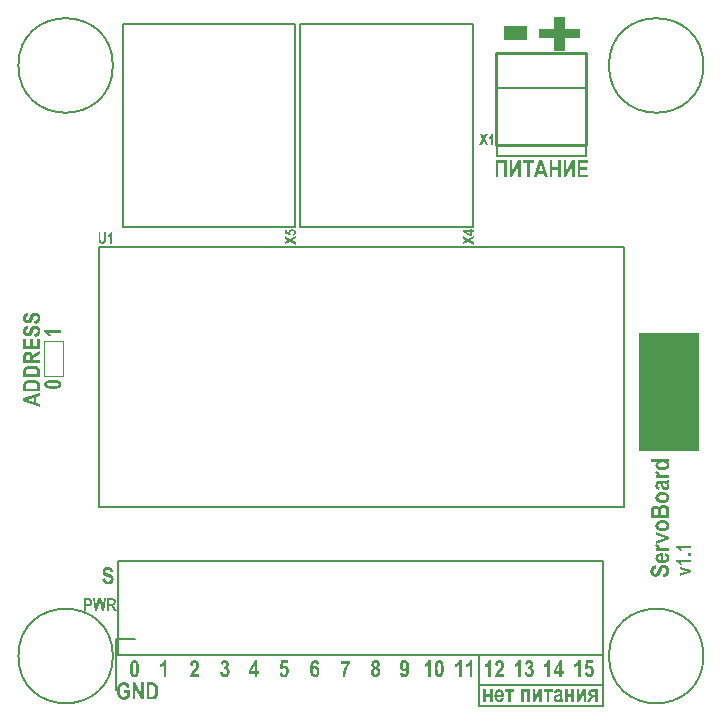
<source format=gto>
G04 Layer_Color=61183*
%FSLAX43Y43*%
%MOMM*%
G71*
G01*
G75*
%ADD20C,0.200*%
%ADD26C,0.100*%
%ADD27C,0.150*%
%ADD28C,0.254*%
%ADD29R,5.050X10.100*%
G36*
X3482Y27864D02*
X3516D01*
X3552Y27860D01*
X3595Y27858D01*
X3640Y27854D01*
X3733Y27841D01*
X3829Y27822D01*
X3874Y27809D01*
X3914Y27796D01*
X3953Y27779D01*
X3987Y27760D01*
X3989Y27758D01*
X3993Y27756D01*
X4002Y27749D01*
X4012Y27741D01*
X4025Y27730D01*
X4038Y27717D01*
X4068Y27685D01*
X4097Y27645D01*
X4123Y27598D01*
X4134Y27573D01*
X4142Y27545D01*
X4146Y27515D01*
X4148Y27483D01*
Y27481D01*
Y27475D01*
X4146Y27466D01*
Y27455D01*
X4144Y27441D01*
X4140Y27424D01*
X4129Y27383D01*
X4121Y27362D01*
X4110Y27338D01*
X4097Y27317D01*
X4080Y27294D01*
X4063Y27270D01*
X4042Y27247D01*
X4016Y27226D01*
X3989Y27204D01*
X3987Y27202D01*
X3980Y27200D01*
X3972Y27196D01*
X3957Y27187D01*
X3938Y27181D01*
X3916Y27172D01*
X3889Y27162D01*
X3857Y27153D01*
X3818Y27143D01*
X3778Y27134D01*
X3731Y27123D01*
X3678Y27117D01*
X3621Y27111D01*
X3557Y27104D01*
X3489Y27102D01*
X3414Y27100D01*
X3376D01*
X3348Y27102D01*
X3316Y27104D01*
X3278Y27106D01*
X3235Y27109D01*
X3191Y27113D01*
X3097Y27126D01*
X3003Y27145D01*
X2959Y27155D01*
X2918Y27170D01*
X2880Y27185D01*
X2846Y27204D01*
X2844Y27206D01*
X2839Y27209D01*
X2831Y27215D01*
X2820Y27223D01*
X2807Y27234D01*
X2795Y27247D01*
X2763Y27279D01*
X2733Y27319D01*
X2707Y27366D01*
X2697Y27392D01*
X2688Y27419D01*
X2684Y27449D01*
X2682Y27481D01*
Y27483D01*
Y27490D01*
Y27498D01*
X2684Y27509D01*
X2686Y27524D01*
X2690Y27541D01*
X2703Y27581D01*
X2712Y27602D01*
X2722Y27626D01*
X2735Y27647D01*
X2750Y27670D01*
X2769Y27694D01*
X2793Y27717D01*
X2816Y27739D01*
X2846Y27760D01*
X2848Y27762D01*
X2854Y27764D01*
X2863Y27770D01*
X2878Y27777D01*
X2897Y27785D01*
X2918Y27794D01*
X2946Y27802D01*
X2978Y27813D01*
X3016Y27824D01*
X3056Y27832D01*
X3103Y27841D01*
X3157Y27849D01*
X3212Y27856D01*
X3276Y27862D01*
X3342Y27864D01*
X3416Y27866D01*
X3455D01*
X3482Y27864D01*
D02*
G37*
G36*
X55072Y15996D02*
X55091D01*
X55133Y15989D01*
X55181Y15982D01*
X55234Y15970D01*
X55290Y15954D01*
X55343Y15931D01*
X55345D01*
X55350Y15929D01*
X55357Y15924D01*
X55366Y15919D01*
X55392Y15903D01*
X55422Y15885D01*
X55457Y15859D01*
X55494Y15829D01*
X55526Y15794D01*
X55556Y15755D01*
Y15753D01*
X55558Y15750D01*
X55568Y15736D01*
X55577Y15713D01*
X55591Y15686D01*
X55602Y15649D01*
X55614Y15609D01*
X55623Y15565D01*
X55625Y15517D01*
Y15514D01*
Y15507D01*
Y15496D01*
X55623Y15482D01*
X55621Y15466D01*
X55616Y15445D01*
X55612Y15422D01*
X55605Y15396D01*
X55586Y15343D01*
X55575Y15315D01*
X55558Y15285D01*
X55540Y15258D01*
X55519Y15227D01*
X55496Y15200D01*
X55468Y15174D01*
X55466Y15172D01*
X55461Y15167D01*
X55452Y15163D01*
X55438Y15153D01*
X55422Y15142D01*
X55403Y15130D01*
X55380Y15119D01*
X55352Y15107D01*
X55322Y15093D01*
X55290Y15082D01*
X55253Y15070D01*
X55211Y15059D01*
X55170Y15049D01*
X55121Y15045D01*
X55072Y15040D01*
X55019Y15038D01*
X54991D01*
X54975Y15040D01*
X54959Y15042D01*
X54920Y15047D01*
X54871Y15054D01*
X54820Y15065D01*
X54769Y15082D01*
X54716Y15102D01*
X54714D01*
X54709Y15105D01*
X54702Y15109D01*
X54693Y15114D01*
X54670Y15130D01*
X54640Y15149D01*
X54605Y15174D01*
X54573Y15204D01*
X54538Y15239D01*
X54510Y15276D01*
Y15278D01*
X54508Y15281D01*
X54499Y15295D01*
X54487Y15318D01*
X54475Y15345D01*
X54462Y15382D01*
X54452Y15422D01*
X54443Y15468D01*
X54441Y15517D01*
Y15519D01*
Y15526D01*
Y15537D01*
X54443Y15554D01*
X54445Y15572D01*
X54450Y15595D01*
X54455Y15618D01*
X54462Y15644D01*
X54471Y15672D01*
X54485Y15702D01*
X54499Y15730D01*
X54515Y15760D01*
X54536Y15790D01*
X54559Y15817D01*
X54586Y15843D01*
X54617Y15868D01*
X54619Y15871D01*
X54624Y15873D01*
X54635Y15880D01*
X54647Y15889D01*
X54665Y15898D01*
X54684Y15910D01*
X54707Y15922D01*
X54735Y15933D01*
X54762Y15945D01*
X54795Y15956D01*
X54827Y15968D01*
X54864Y15977D01*
X54943Y15993D01*
X54984Y15996D01*
X55028Y15998D01*
X55059D01*
X55072Y15996D01*
D02*
G37*
G36*
X47559Y600D02*
X47331D01*
Y1038D01*
X47010D01*
Y600D01*
X46782D01*
Y1643D01*
X47010D01*
Y1262D01*
X47331D01*
Y1643D01*
X47559D01*
Y600D01*
D02*
G37*
G36*
X4125Y31844D02*
X3084D01*
X3086Y31842D01*
X3091Y31837D01*
X3097Y31831D01*
X3108Y31820D01*
X3118Y31810D01*
X3133Y31795D01*
X3148Y31778D01*
X3163Y31759D01*
X3197Y31716D01*
X3233Y31667D01*
X3265Y31610D01*
X3293Y31550D01*
X3042D01*
Y31552D01*
X3039Y31554D01*
X3035Y31567D01*
X3025Y31584D01*
X3012Y31610D01*
X2993Y31639D01*
X2969Y31671D01*
X2942Y31708D01*
X2907Y31746D01*
X2905Y31748D01*
X2903Y31750D01*
X2890Y31763D01*
X2869Y31780D01*
X2842Y31801D01*
X2810Y31825D01*
X2771Y31848D01*
X2729Y31869D01*
X2682Y31886D01*
Y32071D01*
X4125D01*
Y31844D01*
D02*
G37*
G36*
X55600Y14575D02*
Y14353D01*
X54504Y13993D01*
X54760Y13915D01*
X54758Y13913D01*
X54753Y13906D01*
X54744Y13895D01*
X54735Y13878D01*
X54725Y13862D01*
X54716Y13841D01*
X54711Y13823D01*
X54709Y13802D01*
Y13800D01*
Y13793D01*
X54711Y13784D01*
X54714Y13772D01*
X54718Y13758D01*
X54725Y13742D01*
X54735Y13728D01*
X54748Y13712D01*
X54751Y13709D01*
X54755Y13705D01*
X54765Y13698D01*
X54779Y13691D01*
X54797Y13682D01*
X54823Y13672D01*
X54850Y13663D01*
X54885Y13656D01*
X54890D01*
X54897Y13654D01*
X54903D01*
X54915Y13652D01*
X54931D01*
X54947Y13649D01*
X54968D01*
X54991Y13647D01*
X55017Y13645D01*
X55047D01*
X55082Y13642D01*
X55119D01*
X55158Y13640D01*
X55600D01*
Y13392D01*
X54466D01*
Y13622D01*
X54626D01*
X54624Y13624D01*
X54610Y13631D01*
X54591Y13642D01*
X54566Y13656D01*
X54543Y13672D01*
X54517Y13691D01*
X54494Y13707D01*
X54478Y13726D01*
X54475Y13728D01*
X54471Y13735D01*
X54466Y13744D01*
X54459Y13756D01*
X54452Y13772D01*
X54445Y13790D01*
X54443Y13811D01*
X54441Y13832D01*
Y13837D01*
Y13846D01*
X54443Y13862D01*
X54448Y13883D01*
X54455Y13908D01*
X54466Y13936D01*
X54480Y13964D01*
X54496Y13990D01*
X54466Y13980D01*
Y14239D01*
X55047Y14413D01*
X55239Y14464D01*
X55047Y14517D01*
X54466Y14695D01*
Y14947D01*
X55600Y14575D01*
D02*
G37*
G36*
X46778Y57525D02*
X48082D01*
Y56807D01*
X46778D01*
Y55733D01*
X45882D01*
Y56807D01*
X44578D01*
Y57525D01*
X45882D01*
Y58607D01*
X46778D01*
Y57525D01*
D02*
G37*
G36*
X43544Y56630D02*
X41600D01*
Y57834D01*
X43544D01*
Y56630D01*
D02*
G37*
G36*
X55119Y12587D02*
X55142D01*
X55165Y12590D01*
X55195Y12594D01*
X55230Y12601D01*
X55264Y12613D01*
X55299Y12627D01*
X55329Y12645D01*
X55332Y12647D01*
X55341Y12657D01*
X55352Y12668D01*
X55364Y12684D01*
X55378Y12705D01*
X55389Y12731D01*
X55399Y12756D01*
X55401Y12786D01*
Y12789D01*
Y12791D01*
X55399Y12805D01*
X55392Y12826D01*
X55380Y12851D01*
X55373Y12863D01*
X55362Y12876D01*
X55348Y12890D01*
X55332Y12904D01*
X55313Y12916D01*
X55292Y12927D01*
X55267Y12937D01*
X55239Y12946D01*
X55290Y13191D01*
X55292D01*
X55297Y13189D01*
X55306Y13187D01*
X55318Y13182D01*
X55332Y13177D01*
X55348Y13170D01*
X55385Y13152D01*
X55426Y13131D01*
X55470Y13103D01*
X55510Y13073D01*
X55544Y13036D01*
X55547Y13031D01*
X55556Y13018D01*
X55570Y12997D01*
X55584Y12967D01*
X55600Y12930D01*
X55612Y12886D01*
X55621Y12837D01*
X55625Y12784D01*
Y12782D01*
Y12775D01*
Y12765D01*
X55623Y12749D01*
X55621Y12733D01*
X55619Y12712D01*
X55609Y12668D01*
X55593Y12615D01*
X55581Y12590D01*
X55568Y12564D01*
X55551Y12536D01*
X55533Y12513D01*
X55512Y12488D01*
X55489Y12467D01*
X55487Y12465D01*
X55482Y12462D01*
X55473Y12455D01*
X55459Y12446D01*
X55443Y12437D01*
X55424Y12425D01*
X55399Y12414D01*
X55373Y12402D01*
X55343Y12388D01*
X55308Y12377D01*
X55271Y12365D01*
X55232Y12356D01*
X55188Y12347D01*
X55142Y12340D01*
X55093Y12337D01*
X55040Y12335D01*
X55012D01*
X54994Y12337D01*
X54968Y12340D01*
X54941Y12342D01*
X54910Y12347D01*
X54878Y12351D01*
X54806Y12367D01*
X54767Y12379D01*
X54730Y12391D01*
X54693Y12407D01*
X54656Y12423D01*
X54619Y12444D01*
X54586Y12467D01*
X54584Y12469D01*
X54580Y12472D01*
X54573Y12478D01*
X54563Y12488D01*
X54552Y12499D01*
X54540Y12513D01*
X54512Y12546D01*
X54487Y12590D01*
X54464Y12638D01*
X54455Y12666D01*
X54448Y12696D01*
X54443Y12728D01*
X54441Y12761D01*
Y12763D01*
Y12770D01*
Y12779D01*
X54443Y12793D01*
X54445Y12809D01*
X54448Y12830D01*
X54459Y12874D01*
X54478Y12925D01*
X54489Y12951D01*
X54503Y12976D01*
X54519Y13001D01*
X54540Y13027D01*
X54563Y13050D01*
X54589Y13073D01*
X54591Y13075D01*
X54596Y13078D01*
X54607Y13085D01*
X54621Y13094D01*
X54637Y13103D01*
X54661Y13115D01*
X54686Y13126D01*
X54714Y13138D01*
X54748Y13150D01*
X54785Y13161D01*
X54825Y13173D01*
X54869Y13182D01*
X54917Y13191D01*
X54971Y13198D01*
X55026Y13200D01*
X55086Y13203D01*
X55119D01*
Y12587D01*
D02*
G37*
G36*
X55181Y12187D02*
X55197Y12185D01*
X55218Y12182D01*
X55241Y12178D01*
X55264Y12173D01*
X55320Y12159D01*
X55378Y12136D01*
X55406Y12122D01*
X55433Y12104D01*
X55461Y12085D01*
X55489Y12062D01*
X55491Y12060D01*
X55496Y12055D01*
X55500Y12048D01*
X55510Y12039D01*
X55521Y12025D01*
X55533Y12009D01*
X55544Y11988D01*
X55556Y11967D01*
X55570Y11942D01*
X55581Y11912D01*
X55593Y11879D01*
X55605Y11844D01*
X55614Y11805D01*
X55619Y11763D01*
X55623Y11719D01*
X55625Y11671D01*
Y11669D01*
Y11666D01*
Y11659D01*
Y11650D01*
X55621Y11627D01*
X55616Y11597D01*
X55609Y11560D01*
X55598Y11518D01*
X55581Y11474D01*
X55558Y11428D01*
X55531Y11382D01*
X55494Y11335D01*
X55452Y11291D01*
X55426Y11271D01*
X55399Y11250D01*
X55369Y11231D01*
X55339Y11215D01*
X55304Y11199D01*
X55267Y11183D01*
X55225Y11171D01*
X55183Y11160D01*
X55137Y11153D01*
X55089Y11146D01*
X55059Y11398D01*
X55061D01*
X55072Y11400D01*
X55086Y11402D01*
X55105Y11407D01*
X55128Y11414D01*
X55153Y11423D01*
X55181Y11435D01*
X55209Y11449D01*
X55237Y11465D01*
X55264Y11483D01*
X55290Y11507D01*
X55313Y11534D01*
X55332Y11564D01*
X55345Y11597D01*
X55357Y11636D01*
X55359Y11678D01*
Y11680D01*
Y11682D01*
Y11696D01*
X55357Y11717D01*
X55352Y11745D01*
X55345Y11773D01*
X55334Y11803D01*
X55320Y11833D01*
X55299Y11861D01*
X55297Y11863D01*
X55288Y11872D01*
X55274Y11884D01*
X55258Y11895D01*
X55234Y11909D01*
X55209Y11918D01*
X55179Y11928D01*
X55146Y11930D01*
X55137D01*
X55128Y11928D01*
X55114D01*
X55086Y11918D01*
X55070Y11914D01*
X55056Y11905D01*
X55054D01*
X55049Y11900D01*
X55035Y11886D01*
X55026Y11877D01*
X55015Y11865D01*
X55005Y11849D01*
X54996Y11833D01*
X54994Y11831D01*
X54991Y11824D01*
X54984Y11807D01*
X54975Y11787D01*
X54971Y11773D01*
X54966Y11757D01*
X54959Y11738D01*
X54952Y11715D01*
X54943Y11692D01*
X54934Y11664D01*
X54924Y11634D01*
X54915Y11601D01*
Y11599D01*
X54913Y11595D01*
X54910Y11585D01*
X54906Y11574D01*
X54901Y11560D01*
X54897Y11546D01*
X54883Y11509D01*
X54866Y11470D01*
X54848Y11428D01*
X54827Y11391D01*
X54806Y11359D01*
X54804Y11356D01*
X54795Y11347D01*
X54783Y11333D01*
X54765Y11315D01*
X54744Y11296D01*
X54718Y11275D01*
X54688Y11254D01*
X54654Y11236D01*
X54649Y11234D01*
X54637Y11229D01*
X54617Y11222D01*
X54591Y11215D01*
X54561Y11206D01*
X54526Y11199D01*
X54487Y11194D01*
X54448Y11192D01*
X54427D01*
X54401Y11194D01*
X54371Y11199D01*
X54337Y11206D01*
X54297Y11217D01*
X54258Y11231D01*
X54219Y11250D01*
X54216D01*
X54214Y11252D01*
X54202Y11261D01*
X54184Y11273D01*
X54161Y11291D01*
X54135Y11315D01*
X54110Y11342D01*
X54084Y11372D01*
X54064Y11409D01*
Y11412D01*
X54061Y11414D01*
X54054Y11428D01*
X54047Y11451D01*
X54036Y11481D01*
X54027Y11518D01*
X54020Y11560D01*
X54013Y11611D01*
X54010Y11664D01*
Y11666D01*
Y11673D01*
Y11685D01*
X54013Y11701D01*
X54015Y11719D01*
X54017Y11743D01*
X54020Y11766D01*
X54027Y11794D01*
X54040Y11849D01*
X54064Y11909D01*
X54077Y11937D01*
X54094Y11967D01*
X54112Y11993D01*
X54135Y12018D01*
X54138Y12020D01*
X54140Y12023D01*
X54149Y12030D01*
X54158Y12039D01*
X54170Y12048D01*
X54186Y12060D01*
X54205Y12071D01*
X54226Y12083D01*
X54249Y12094D01*
X54274Y12108D01*
X54304Y12120D01*
X54334Y12129D01*
X54369Y12138D01*
X54404Y12145D01*
X54443Y12152D01*
X54485Y12155D01*
X54499Y11895D01*
X54494D01*
X54487Y11893D01*
X54478Y11891D01*
X54457Y11886D01*
X54429Y11879D01*
X54401Y11868D01*
X54371Y11856D01*
X54346Y11840D01*
X54323Y11819D01*
X54320Y11817D01*
X54316Y11810D01*
X54307Y11796D01*
X54297Y11777D01*
X54288Y11754D01*
X54279Y11726D01*
X54274Y11694D01*
X54272Y11657D01*
Y11652D01*
Y11641D01*
X54274Y11620D01*
X54276Y11597D01*
X54283Y11571D01*
X54290Y11546D01*
X54302Y11518D01*
X54316Y11495D01*
X54318Y11493D01*
X54323Y11486D01*
X54332Y11477D01*
X54346Y11467D01*
X54362Y11458D01*
X54381Y11449D01*
X54401Y11442D01*
X54425Y11440D01*
X54434D01*
X54445Y11442D01*
X54462Y11446D01*
X54478Y11451D01*
X54494Y11460D01*
X54512Y11474D01*
X54529Y11490D01*
X54531Y11493D01*
X54536Y11502D01*
X54545Y11516D01*
X54556Y11539D01*
X54563Y11555D01*
X54573Y11571D01*
X54580Y11590D01*
X54589Y11613D01*
X54598Y11636D01*
X54607Y11664D01*
X54617Y11694D01*
X54626Y11726D01*
Y11729D01*
X54628Y11736D01*
X54630Y11745D01*
X54635Y11759D01*
X54642Y11775D01*
X54647Y11794D01*
X54663Y11835D01*
X54681Y11881D01*
X54700Y11928D01*
X54723Y11972D01*
X54735Y11993D01*
X54746Y12009D01*
X54748Y12013D01*
X54758Y12023D01*
X54769Y12039D01*
X54788Y12060D01*
X54811Y12080D01*
X54839Y12104D01*
X54871Y12124D01*
X54906Y12143D01*
X54910Y12145D01*
X54924Y12150D01*
X54945Y12157D01*
X54973Y12166D01*
X55008Y12175D01*
X55049Y12182D01*
X55096Y12187D01*
X55146Y12189D01*
X55165D01*
X55181Y12187D01*
D02*
G37*
G36*
X55174Y17266D02*
X55190D01*
X55207Y17264D01*
X55246Y17259D01*
X55292Y17247D01*
X55341Y17234D01*
X55389Y17213D01*
X55436Y17185D01*
X55438D01*
X55440Y17180D01*
X55454Y17171D01*
X55475Y17153D01*
X55498Y17129D01*
X55524Y17102D01*
X55547Y17067D01*
X55568Y17030D01*
X55581Y16991D01*
Y16986D01*
X55584Y16981D01*
Y16974D01*
X55586Y16963D01*
Y16951D01*
X55588Y16935D01*
X55591Y16917D01*
X55593Y16893D01*
Y16868D01*
X55595Y16838D01*
X55598Y16803D01*
Y16766D01*
X55600Y16725D01*
Y16678D01*
Y16627D01*
Y16192D01*
X54036D01*
Y16706D01*
Y16708D01*
Y16715D01*
Y16727D01*
Y16741D01*
Y16757D01*
X54038Y16778D01*
X54040Y16822D01*
X54045Y16870D01*
X54052Y16919D01*
X54061Y16965D01*
X54068Y16984D01*
X54075Y17002D01*
X54077Y17007D01*
X54082Y17016D01*
X54094Y17032D01*
X54108Y17053D01*
X54126Y17074D01*
X54149Y17099D01*
X54177Y17123D01*
X54212Y17146D01*
X54216Y17148D01*
X54228Y17155D01*
X54249Y17164D01*
X54274Y17176D01*
X54307Y17187D01*
X54344Y17197D01*
X54385Y17204D01*
X54429Y17206D01*
X54448D01*
X54471Y17204D01*
X54496Y17199D01*
X54529Y17194D01*
X54563Y17185D01*
X54600Y17171D01*
X54635Y17155D01*
X54640Y17153D01*
X54649Y17146D01*
X54665Y17134D01*
X54686Y17120D01*
X54707Y17099D01*
X54730Y17079D01*
X54751Y17053D01*
X54769Y17023D01*
Y17025D01*
X54772Y17028D01*
X54776Y17042D01*
X54788Y17062D01*
X54802Y17090D01*
X54820Y17118D01*
X54843Y17148D01*
X54873Y17178D01*
X54908Y17204D01*
X54913Y17206D01*
X54924Y17213D01*
X54945Y17224D01*
X54975Y17236D01*
X55010Y17247D01*
X55049Y17259D01*
X55096Y17266D01*
X55146Y17268D01*
X55163D01*
X55174Y17266D01*
D02*
G37*
G36*
X57450Y12435D02*
X56544D01*
X56546Y12433D01*
X56550Y12429D01*
X56556Y12423D01*
X56565Y12414D01*
X56574Y12405D01*
X56587Y12392D01*
X56600Y12377D01*
X56613Y12360D01*
X56643Y12323D01*
X56674Y12281D01*
X56702Y12231D01*
X56726Y12179D01*
X56507D01*
Y12181D01*
X56506Y12183D01*
X56502Y12194D01*
X56493Y12209D01*
X56482Y12231D01*
X56465Y12257D01*
X56444Y12285D01*
X56420Y12316D01*
X56391Y12349D01*
X56389Y12351D01*
X56387Y12353D01*
X56376Y12364D01*
X56357Y12379D01*
X56333Y12398D01*
X56306Y12418D01*
X56272Y12438D01*
X56235Y12457D01*
X56195Y12472D01*
Y12633D01*
X57450D01*
Y12435D01*
D02*
G37*
G36*
Y11751D02*
Y11574D01*
X56543Y11275D01*
Y11483D01*
X57007Y11622D01*
X57161Y11662D01*
X57007Y11705D01*
X56543Y11848D01*
Y12049D01*
X57450Y11751D01*
D02*
G37*
G36*
Y13631D02*
X56544D01*
X56546Y13629D01*
X56550Y13625D01*
X56556Y13620D01*
X56565Y13610D01*
X56574Y13601D01*
X56587Y13588D01*
X56600Y13573D01*
X56613Y13557D01*
X56643Y13520D01*
X56674Y13477D01*
X56702Y13427D01*
X56726Y13375D01*
X56507D01*
Y13377D01*
X56506Y13379D01*
X56502Y13390D01*
X56493Y13405D01*
X56482Y13427D01*
X56465Y13453D01*
X56444Y13481D01*
X56420Y13512D01*
X56391Y13546D01*
X56389Y13547D01*
X56387Y13549D01*
X56376Y13560D01*
X56357Y13575D01*
X56333Y13594D01*
X56306Y13614D01*
X56272Y13634D01*
X56235Y13653D01*
X56195Y13668D01*
Y13829D01*
X57450D01*
Y13631D01*
D02*
G37*
G36*
Y12966D02*
X57209D01*
Y13162D01*
X57450D01*
Y12966D01*
D02*
G37*
G36*
X55600Y20897D02*
X55436D01*
X55440Y20894D01*
X55452Y20887D01*
X55468Y20873D01*
X55489Y20857D01*
X55512Y20839D01*
X55535Y20816D01*
X55558Y20790D01*
X55579Y20762D01*
X55581Y20760D01*
X55586Y20748D01*
X55593Y20735D01*
X55602Y20714D01*
X55612Y20691D01*
X55619Y20663D01*
X55623Y20635D01*
X55625Y20605D01*
Y20603D01*
Y20598D01*
Y20589D01*
X55623Y20580D01*
X55621Y20566D01*
X55616Y20549D01*
X55607Y20512D01*
X55588Y20469D01*
X55575Y20448D01*
X55561Y20425D01*
X55542Y20399D01*
X55521Y20376D01*
X55498Y20355D01*
X55470Y20332D01*
X55468Y20330D01*
X55463Y20327D01*
X55454Y20323D01*
X55443Y20313D01*
X55426Y20307D01*
X55406Y20297D01*
X55382Y20286D01*
X55357Y20276D01*
X55327Y20265D01*
X55295Y20256D01*
X55258Y20244D01*
X55218Y20237D01*
X55177Y20230D01*
X55130Y20223D01*
X55082Y20221D01*
X55028Y20219D01*
X55001D01*
X54980Y20221D01*
X54957D01*
X54929Y20226D01*
X54897Y20228D01*
X54864Y20232D01*
X54792Y20246D01*
X54721Y20265D01*
X54651Y20293D01*
X54619Y20311D01*
X54589Y20330D01*
X54586Y20332D01*
X54582Y20334D01*
X54575Y20341D01*
X54566Y20350D01*
X54543Y20374D01*
X54515Y20406D01*
X54487Y20448D01*
X54464Y20494D01*
X54455Y20522D01*
X54448Y20547D01*
X54443Y20577D01*
X54441Y20607D01*
Y20612D01*
Y20621D01*
X54443Y20635D01*
X54445Y20656D01*
X54450Y20677D01*
X54459Y20702D01*
X54468Y20728D01*
X54482Y20753D01*
X54485Y20755D01*
X54489Y20765D01*
X54499Y20779D01*
X54512Y20795D01*
X54529Y20813D01*
X54549Y20834D01*
X54573Y20857D01*
X54600Y20878D01*
X54036D01*
Y21126D01*
X55600D01*
Y20897D01*
D02*
G37*
G36*
X40643Y600D02*
X40416D01*
Y1038D01*
X40094D01*
Y600D01*
X39867D01*
Y1643D01*
X40094D01*
Y1262D01*
X40416D01*
Y1643D01*
X40643D01*
Y600D01*
D02*
G37*
G36*
X55072Y18384D02*
X55091D01*
X55133Y18377D01*
X55181Y18370D01*
X55234Y18358D01*
X55290Y18342D01*
X55343Y18319D01*
X55345D01*
X55350Y18317D01*
X55357Y18312D01*
X55366Y18307D01*
X55392Y18291D01*
X55422Y18273D01*
X55457Y18247D01*
X55494Y18217D01*
X55526Y18182D01*
X55556Y18143D01*
Y18141D01*
X55558Y18138D01*
X55568Y18124D01*
X55577Y18101D01*
X55591Y18074D01*
X55602Y18037D01*
X55614Y17997D01*
X55623Y17953D01*
X55625Y17905D01*
Y17902D01*
Y17895D01*
Y17884D01*
X55623Y17870D01*
X55621Y17854D01*
X55616Y17833D01*
X55612Y17810D01*
X55605Y17784D01*
X55586Y17731D01*
X55575Y17703D01*
X55558Y17673D01*
X55540Y17645D01*
X55519Y17615D01*
X55496Y17588D01*
X55468Y17562D01*
X55466Y17560D01*
X55461Y17555D01*
X55452Y17551D01*
X55438Y17541D01*
X55422Y17530D01*
X55403Y17518D01*
X55380Y17507D01*
X55352Y17495D01*
X55322Y17481D01*
X55290Y17470D01*
X55253Y17458D01*
X55211Y17447D01*
X55170Y17437D01*
X55121Y17433D01*
X55072Y17428D01*
X55019Y17426D01*
X54991D01*
X54975Y17428D01*
X54959Y17430D01*
X54920Y17435D01*
X54871Y17442D01*
X54820Y17453D01*
X54769Y17470D01*
X54716Y17490D01*
X54714D01*
X54709Y17493D01*
X54702Y17497D01*
X54693Y17502D01*
X54670Y17518D01*
X54640Y17537D01*
X54605Y17562D01*
X54573Y17592D01*
X54538Y17627D01*
X54510Y17664D01*
Y17666D01*
X54508Y17669D01*
X54499Y17683D01*
X54487Y17706D01*
X54475Y17733D01*
X54462Y17770D01*
X54452Y17810D01*
X54443Y17856D01*
X54441Y17905D01*
Y17907D01*
Y17914D01*
Y17925D01*
X54443Y17942D01*
X54445Y17960D01*
X54450Y17983D01*
X54455Y18006D01*
X54462Y18032D01*
X54471Y18060D01*
X54485Y18090D01*
X54499Y18118D01*
X54515Y18148D01*
X54536Y18178D01*
X54559Y18205D01*
X54586Y18231D01*
X54617Y18256D01*
X54619Y18259D01*
X54624Y18261D01*
X54635Y18268D01*
X54647Y18277D01*
X54665Y18286D01*
X54684Y18298D01*
X54707Y18310D01*
X54735Y18321D01*
X54762Y18333D01*
X54795Y18344D01*
X54827Y18356D01*
X54864Y18365D01*
X54943Y18381D01*
X54984Y18384D01*
X55028Y18386D01*
X55059D01*
X55072Y18384D01*
D02*
G37*
G36*
X54760Y20089D02*
X54758Y20087D01*
X54753Y20080D01*
X54744Y20068D01*
X54735Y20052D01*
X54725Y20036D01*
X54716Y20015D01*
X54711Y19996D01*
X54709Y19976D01*
Y19973D01*
Y19966D01*
X54711Y19957D01*
X54714Y19946D01*
X54718Y19932D01*
X54725Y19915D01*
X54735Y19902D01*
X54748Y19885D01*
X54751Y19883D01*
X54755Y19878D01*
X54765Y19872D01*
X54779Y19865D01*
X54797Y19855D01*
X54823Y19846D01*
X54850Y19837D01*
X54885Y19830D01*
X54890D01*
X54897Y19828D01*
X54903D01*
X54915Y19825D01*
X54931D01*
X54947Y19823D01*
X54968D01*
X54991Y19821D01*
X55017Y19818D01*
X55047D01*
X55082Y19816D01*
X55119D01*
X55158Y19814D01*
X55600D01*
Y19566D01*
X54466D01*
Y19795D01*
X54626D01*
X54624Y19797D01*
X54610Y19804D01*
X54591Y19816D01*
X54566Y19830D01*
X54543Y19846D01*
X54517Y19865D01*
X54494Y19881D01*
X54478Y19899D01*
X54475Y19902D01*
X54471Y19909D01*
X54466Y19918D01*
X54459Y19929D01*
X54452Y19946D01*
X54445Y19964D01*
X54443Y19985D01*
X54441Y20006D01*
Y20010D01*
Y20020D01*
X54443Y20036D01*
X54448Y20057D01*
X54455Y20082D01*
X54466Y20110D01*
X54480Y20138D01*
X54499Y20168D01*
X54760Y20089D01*
D02*
G37*
G36*
X55600Y19145D02*
X55477Y19113D01*
X55480Y19110D01*
X55489Y19101D01*
X55503Y19089D01*
X55519Y19071D01*
X55538Y19050D01*
X55556Y19027D01*
X55572Y19001D01*
X55588Y18976D01*
X55591Y18974D01*
X55593Y18964D01*
X55600Y18948D01*
X55607Y18930D01*
X55614Y18907D01*
X55619Y18881D01*
X55623Y18853D01*
X55625Y18823D01*
Y18821D01*
Y18816D01*
Y18809D01*
X55623Y18800D01*
X55621Y18775D01*
X55614Y18745D01*
X55602Y18710D01*
X55588Y18673D01*
X55565Y18636D01*
X55535Y18601D01*
X55531Y18597D01*
X55519Y18587D01*
X55498Y18573D01*
X55470Y18559D01*
X55436Y18543D01*
X55394Y18529D01*
X55345Y18520D01*
X55292Y18516D01*
X55276D01*
X55258Y18518D01*
X55234Y18520D01*
X55209Y18525D01*
X55181Y18529D01*
X55153Y18539D01*
X55126Y18550D01*
X55123Y18553D01*
X55114Y18557D01*
X55100Y18564D01*
X55084Y18576D01*
X55065Y18590D01*
X55047Y18606D01*
X55028Y18624D01*
X55012Y18647D01*
X55010Y18650D01*
X55005Y18659D01*
X54996Y18675D01*
X54987Y18698D01*
X54973Y18726D01*
X54961Y18761D01*
X54947Y18805D01*
X54934Y18853D01*
Y18856D01*
X54931Y18860D01*
X54929Y18870D01*
X54927Y18881D01*
X54924Y18895D01*
X54920Y18911D01*
X54910Y18948D01*
X54899Y18988D01*
X54885Y19027D01*
X54873Y19064D01*
X54866Y19080D01*
X54860Y19094D01*
X54829D01*
X54809Y19092D01*
X54790D01*
X54769Y19089D01*
X54753Y19085D01*
X54739Y19080D01*
X54737D01*
X54735Y19078D01*
X54721Y19069D01*
X54707Y19052D01*
X54691Y19029D01*
Y19027D01*
X54688Y19022D01*
X54684Y19015D01*
X54679Y19004D01*
X54677Y18990D01*
X54672Y18974D01*
X54670Y18953D01*
Y18930D01*
Y18927D01*
Y18918D01*
X54672Y18907D01*
X54674Y18893D01*
X54681Y18858D01*
X54691Y18842D01*
X54700Y18826D01*
X54702Y18823D01*
X54707Y18819D01*
X54714Y18812D01*
X54725Y18805D01*
X54739Y18796D01*
X54760Y18784D01*
X54783Y18775D01*
X54811Y18765D01*
X54765Y18543D01*
X54762D01*
X54758Y18546D01*
X54748Y18548D01*
X54737Y18550D01*
X54723Y18555D01*
X54707Y18562D01*
X54670Y18576D01*
X54628Y18592D01*
X54589Y18615D01*
X54549Y18643D01*
X54517Y18675D01*
X54515Y18680D01*
X54506Y18694D01*
X54494Y18715D01*
X54478Y18745D01*
X54464Y18782D01*
X54452Y18828D01*
X54443Y18883D01*
X54441Y18944D01*
Y18946D01*
Y18951D01*
Y18958D01*
Y18969D01*
X54443Y18997D01*
X54445Y19032D01*
X54452Y19069D01*
X54459Y19108D01*
X54471Y19147D01*
X54485Y19180D01*
X54487Y19184D01*
X54492Y19194D01*
X54503Y19207D01*
X54517Y19226D01*
X54533Y19244D01*
X54554Y19265D01*
X54577Y19284D01*
X54605Y19298D01*
X54610Y19300D01*
X54619Y19305D01*
X54640Y19309D01*
X54651Y19314D01*
X54667Y19316D01*
X54684Y19321D01*
X54705Y19323D01*
X54725Y19325D01*
X54751Y19330D01*
X54779Y19332D01*
X54809D01*
X54841Y19335D01*
X54878D01*
X55227Y19332D01*
X55278D01*
X55311Y19335D01*
X55345D01*
X55382Y19337D01*
X55417Y19339D01*
X55447Y19344D01*
X55450D01*
X55459Y19346D01*
X55475Y19349D01*
X55494Y19353D01*
X55517Y19360D01*
X55542Y19367D01*
X55570Y19376D01*
X55600Y19388D01*
Y19145D01*
D02*
G37*
G36*
X10354Y4141D02*
X10369Y4139D01*
X10386Y4135D01*
X10426Y4122D01*
X10448Y4113D01*
X10471Y4103D01*
X10492Y4090D01*
X10516Y4075D01*
X10539Y4056D01*
X10562Y4032D01*
X10584Y4009D01*
X10605Y3979D01*
X10607Y3977D01*
X10609Y3971D01*
X10616Y3962D01*
X10622Y3947D01*
X10631Y3928D01*
X10639Y3907D01*
X10648Y3879D01*
X10658Y3847D01*
X10669Y3809D01*
X10677Y3769D01*
X10686Y3722D01*
X10694Y3668D01*
X10701Y3613D01*
X10707Y3549D01*
X10709Y3483D01*
X10711Y3409D01*
Y3407D01*
Y3405D01*
Y3398D01*
Y3392D01*
Y3370D01*
X10709Y3343D01*
Y3309D01*
X10705Y3273D01*
X10703Y3230D01*
X10699Y3185D01*
X10686Y3092D01*
X10667Y2996D01*
X10654Y2951D01*
X10641Y2911D01*
X10624Y2872D01*
X10605Y2838D01*
X10603Y2836D01*
X10601Y2832D01*
X10594Y2823D01*
X10586Y2813D01*
X10575Y2800D01*
X10562Y2787D01*
X10531Y2757D01*
X10490Y2728D01*
X10443Y2702D01*
X10418Y2691D01*
X10390Y2683D01*
X10360Y2679D01*
X10328Y2677D01*
X10320D01*
X10311Y2679D01*
X10301D01*
X10286Y2681D01*
X10269Y2685D01*
X10228Y2696D01*
X10207Y2704D01*
X10184Y2715D01*
X10162Y2728D01*
X10139Y2745D01*
X10115Y2762D01*
X10092Y2783D01*
X10071Y2809D01*
X10049Y2836D01*
X10047Y2838D01*
X10045Y2845D01*
X10041Y2853D01*
X10032Y2868D01*
X10026Y2887D01*
X10018Y2909D01*
X10007Y2936D01*
X9998Y2968D01*
X9988Y3007D01*
X9979Y3047D01*
X9969Y3094D01*
X9962Y3147D01*
X9956Y3204D01*
X9949Y3268D01*
X9947Y3336D01*
X9945Y3411D01*
Y3413D01*
Y3415D01*
Y3422D01*
Y3428D01*
Y3449D01*
X9947Y3477D01*
X9949Y3509D01*
X9952Y3547D01*
X9954Y3590D01*
X9958Y3634D01*
X9971Y3728D01*
X9990Y3822D01*
X10001Y3866D01*
X10015Y3907D01*
X10030Y3945D01*
X10049Y3979D01*
X10052Y3981D01*
X10054Y3986D01*
X10060Y3994D01*
X10069Y4005D01*
X10079Y4018D01*
X10092Y4030D01*
X10124Y4062D01*
X10164Y4092D01*
X10211Y4118D01*
X10237Y4128D01*
X10264Y4137D01*
X10294Y4141D01*
X10326Y4143D01*
X10343D01*
X10354Y4141D01*
D02*
G37*
G36*
X15447Y4118D02*
X15464Y4115D01*
X15481Y4113D01*
X15524Y4105D01*
X15568Y4090D01*
X15592Y4081D01*
X15615Y4069D01*
X15639Y4054D01*
X15660Y4039D01*
X15679Y4020D01*
X15698Y3998D01*
X15700Y3996D01*
X15702Y3992D01*
X15707Y3986D01*
X15713Y3977D01*
X15719Y3966D01*
X15728Y3952D01*
X15747Y3918D01*
X15764Y3877D01*
X15779Y3830D01*
X15790Y3779D01*
X15794Y3751D01*
Y3722D01*
Y3717D01*
Y3707D01*
X15792Y3690D01*
Y3666D01*
X15788Y3641D01*
X15783Y3611D01*
X15777Y3581D01*
X15768Y3549D01*
Y3545D01*
X15764Y3534D01*
X15758Y3519D01*
X15751Y3498D01*
X15741Y3473D01*
X15728Y3445D01*
X15711Y3415D01*
X15694Y3383D01*
X15692Y3379D01*
X15685Y3368D01*
X15673Y3349D01*
X15656Y3326D01*
X15632Y3294D01*
X15602Y3258D01*
X15568Y3215D01*
X15528Y3168D01*
X15526Y3166D01*
X15524Y3164D01*
X15517Y3158D01*
X15511Y3149D01*
X15492Y3128D01*
X15470Y3102D01*
X15447Y3075D01*
X15424Y3049D01*
X15404Y3026D01*
X15390Y3007D01*
X15387Y3004D01*
X15385Y3000D01*
X15379Y2992D01*
X15372Y2983D01*
X15358Y2960D01*
X15343Y2932D01*
X15794D01*
Y2677D01*
X15000D01*
Y2679D01*
Y2683D01*
X15002Y2691D01*
Y2702D01*
X15004Y2715D01*
X15009Y2730D01*
X15015Y2766D01*
X15023Y2806D01*
X15038Y2853D01*
X15055Y2902D01*
X15077Y2951D01*
Y2953D01*
X15081Y2958D01*
X15083Y2964D01*
X15089Y2975D01*
X15098Y2987D01*
X15106Y3004D01*
X15119Y3021D01*
X15134Y3043D01*
X15149Y3066D01*
X15168Y3092D01*
X15187Y3119D01*
X15211Y3151D01*
X15236Y3183D01*
X15266Y3217D01*
X15296Y3256D01*
X15330Y3294D01*
X15332Y3296D01*
X15336Y3302D01*
X15345Y3311D01*
X15353Y3322D01*
X15366Y3334D01*
X15379Y3351D01*
X15409Y3388D01*
X15441Y3426D01*
X15470Y3462D01*
X15496Y3496D01*
X15507Y3511D01*
X15515Y3524D01*
X15517Y3528D01*
X15524Y3539D01*
X15532Y3556D01*
X15541Y3579D01*
X15549Y3605D01*
X15558Y3634D01*
X15564Y3666D01*
X15566Y3698D01*
Y3700D01*
Y3703D01*
Y3713D01*
X15564Y3730D01*
X15562Y3751D01*
X15556Y3775D01*
X15549Y3798D01*
X15539Y3822D01*
X15524Y3841D01*
X15521Y3843D01*
X15515Y3849D01*
X15507Y3856D01*
X15494Y3866D01*
X15479Y3875D01*
X15460Y3881D01*
X15436Y3888D01*
X15413Y3890D01*
X15407D01*
X15398Y3888D01*
X15390Y3886D01*
X15364Y3877D01*
X15351Y3871D01*
X15336Y3862D01*
X15321Y3849D01*
X15307Y3835D01*
X15294Y3817D01*
X15281Y3794D01*
X15270Y3769D01*
X15262Y3739D01*
X15255Y3705D01*
X15251Y3664D01*
X15026Y3694D01*
Y3696D01*
X15028Y3705D01*
Y3715D01*
X15030Y3730D01*
X15034Y3747D01*
X15036Y3769D01*
X15043Y3792D01*
X15049Y3817D01*
X15064Y3869D01*
X15085Y3922D01*
X15113Y3973D01*
X15128Y3994D01*
X15147Y4015D01*
X15149Y4018D01*
X15151Y4020D01*
X15158Y4026D01*
X15166Y4032D01*
X15177Y4039D01*
X15187Y4049D01*
X15219Y4069D01*
X15258Y4088D01*
X15304Y4103D01*
X15358Y4115D01*
X15387Y4118D01*
X15417Y4120D01*
X15434D01*
X15447Y4118D01*
D02*
G37*
G36*
X18009Y4141D02*
X18021Y4139D01*
X18036Y4137D01*
X18075Y4128D01*
X18115Y4115D01*
X18158Y4094D01*
X18179Y4081D01*
X18200Y4067D01*
X18219Y4049D01*
X18239Y4028D01*
X18241Y4026D01*
X18243Y4024D01*
X18247Y4018D01*
X18253Y4009D01*
X18260Y3998D01*
X18268Y3986D01*
X18288Y3954D01*
X18305Y3915D01*
X18319Y3873D01*
X18330Y3826D01*
X18334Y3800D01*
Y3775D01*
Y3771D01*
Y3760D01*
X18332Y3741D01*
X18328Y3720D01*
X18324Y3692D01*
X18315Y3664D01*
X18305Y3634D01*
X18290Y3605D01*
X18288Y3600D01*
X18281Y3592D01*
X18273Y3579D01*
X18258Y3560D01*
X18241Y3541D01*
X18217Y3517D01*
X18192Y3494D01*
X18162Y3473D01*
X18164D01*
X18166Y3471D01*
X18179Y3466D01*
X18196Y3460D01*
X18219Y3449D01*
X18245Y3432D01*
X18270Y3413D01*
X18296Y3388D01*
X18322Y3356D01*
X18324Y3351D01*
X18332Y3339D01*
X18343Y3319D01*
X18354Y3294D01*
X18366Y3262D01*
X18375Y3224D01*
X18383Y3179D01*
X18385Y3130D01*
Y3128D01*
Y3121D01*
Y3111D01*
X18383Y3098D01*
X18381Y3081D01*
X18379Y3062D01*
X18375Y3041D01*
X18371Y3015D01*
X18356Y2964D01*
X18334Y2911D01*
X18322Y2883D01*
X18307Y2855D01*
X18288Y2830D01*
X18266Y2804D01*
X18264Y2802D01*
X18262Y2798D01*
X18253Y2792D01*
X18245Y2785D01*
X18234Y2774D01*
X18222Y2764D01*
X18187Y2740D01*
X18147Y2717D01*
X18100Y2696D01*
X18073Y2689D01*
X18045Y2683D01*
X18017Y2679D01*
X17987Y2677D01*
X17972D01*
X17962Y2679D01*
X17949Y2681D01*
X17932Y2683D01*
X17896Y2689D01*
X17855Y2702D01*
X17811Y2723D01*
X17787Y2734D01*
X17766Y2749D01*
X17745Y2766D01*
X17723Y2785D01*
X17721Y2787D01*
X17719Y2789D01*
X17713Y2796D01*
X17706Y2804D01*
X17698Y2817D01*
X17689Y2830D01*
X17679Y2845D01*
X17668Y2864D01*
X17657Y2883D01*
X17647Y2906D01*
X17636Y2930D01*
X17626Y2958D01*
X17611Y3015D01*
X17600Y3083D01*
X17819Y3115D01*
Y3113D01*
Y3111D01*
X17821Y3098D01*
X17823Y3081D01*
X17830Y3058D01*
X17836Y3032D01*
X17847Y3007D01*
X17860Y2981D01*
X17875Y2960D01*
X17877Y2958D01*
X17883Y2951D01*
X17894Y2943D01*
X17907Y2934D01*
X17921Y2923D01*
X17941Y2915D01*
X17962Y2909D01*
X17985Y2906D01*
X17998D01*
X18011Y2911D01*
X18026Y2915D01*
X18045Y2921D01*
X18066Y2932D01*
X18085Y2947D01*
X18104Y2968D01*
X18107Y2970D01*
X18113Y2981D01*
X18119Y2994D01*
X18130Y3015D01*
X18139Y3038D01*
X18145Y3070D01*
X18151Y3104D01*
X18153Y3145D01*
Y3147D01*
Y3149D01*
Y3162D01*
X18151Y3181D01*
X18147Y3204D01*
X18143Y3230D01*
X18134Y3258D01*
X18121Y3285D01*
X18107Y3309D01*
X18104Y3311D01*
X18098Y3319D01*
X18087Y3328D01*
X18075Y3341D01*
X18058Y3351D01*
X18038Y3362D01*
X18017Y3368D01*
X17994Y3370D01*
X17977D01*
X17966Y3368D01*
X17951Y3366D01*
X17932Y3362D01*
X17913Y3356D01*
X17892Y3349D01*
X17915Y3575D01*
X17930D01*
X17947Y3577D01*
X17966Y3579D01*
X17990Y3585D01*
X18013Y3592D01*
X18034Y3605D01*
X18056Y3620D01*
X18058Y3622D01*
X18064Y3628D01*
X18073Y3641D01*
X18081Y3656D01*
X18090Y3675D01*
X18098Y3698D01*
X18104Y3726D01*
X18107Y3758D01*
Y3762D01*
Y3771D01*
X18104Y3783D01*
X18102Y3800D01*
X18098Y3817D01*
X18090Y3837D01*
X18081Y3856D01*
X18068Y3873D01*
X18066Y3875D01*
X18062Y3879D01*
X18053Y3886D01*
X18043Y3894D01*
X18030Y3903D01*
X18013Y3909D01*
X17994Y3913D01*
X17972Y3915D01*
X17964D01*
X17951Y3913D01*
X17938Y3909D01*
X17924Y3903D01*
X17907Y3894D01*
X17889Y3883D01*
X17872Y3866D01*
X17870Y3864D01*
X17866Y3858D01*
X17860Y3845D01*
X17851Y3830D01*
X17843Y3811D01*
X17834Y3786D01*
X17828Y3758D01*
X17823Y3724D01*
X17615Y3766D01*
Y3769D01*
X17617Y3775D01*
X17619Y3786D01*
X17621Y3798D01*
X17626Y3815D01*
X17630Y3832D01*
X17643Y3875D01*
X17660Y3922D01*
X17681Y3969D01*
X17709Y4013D01*
X17723Y4035D01*
X17740Y4052D01*
X17743Y4054D01*
X17745Y4056D01*
X17758Y4067D01*
X17779Y4081D01*
X17806Y4098D01*
X17841Y4113D01*
X17883Y4128D01*
X17930Y4139D01*
X17955Y4143D01*
X17996D01*
X18009Y4141D01*
D02*
G37*
G36*
X13021Y2677D02*
X12794D01*
Y3717D01*
X12792Y3715D01*
X12787Y3711D01*
X12781Y3705D01*
X12770Y3694D01*
X12760Y3683D01*
X12745Y3668D01*
X12728Y3654D01*
X12709Y3639D01*
X12666Y3605D01*
X12617Y3568D01*
X12560Y3537D01*
X12500Y3509D01*
Y3760D01*
X12502D01*
X12504Y3762D01*
X12517Y3766D01*
X12534Y3777D01*
X12560Y3790D01*
X12589Y3809D01*
X12621Y3832D01*
X12658Y3860D01*
X12696Y3894D01*
X12698Y3896D01*
X12700Y3898D01*
X12713Y3911D01*
X12730Y3932D01*
X12751Y3960D01*
X12775Y3992D01*
X12798Y4030D01*
X12819Y4073D01*
X12836Y4120D01*
X13021D01*
Y2677D01*
D02*
G37*
G36*
X33207Y4141D02*
X33221Y4139D01*
X33241Y4135D01*
X33281Y4122D01*
X33304Y4113D01*
X33328Y4103D01*
X33351Y4088D01*
X33377Y4073D01*
X33402Y4054D01*
X33426Y4030D01*
X33449Y4005D01*
X33473Y3975D01*
X33475Y3973D01*
X33477Y3966D01*
X33483Y3958D01*
X33492Y3943D01*
X33500Y3924D01*
X33509Y3900D01*
X33519Y3875D01*
X33532Y3843D01*
X33543Y3807D01*
X33554Y3764D01*
X33562Y3720D01*
X33571Y3668D01*
X33579Y3613D01*
X33585Y3554D01*
X33588Y3488D01*
X33590Y3417D01*
Y3415D01*
Y3413D01*
Y3400D01*
Y3379D01*
X33588Y3353D01*
X33585Y3319D01*
X33583Y3283D01*
X33579Y3243D01*
X33575Y3198D01*
X33560Y3104D01*
X33551Y3058D01*
X33539Y3011D01*
X33524Y2966D01*
X33509Y2923D01*
X33490Y2883D01*
X33468Y2849D01*
X33466Y2847D01*
X33462Y2843D01*
X33456Y2834D01*
X33447Y2821D01*
X33434Y2809D01*
X33419Y2794D01*
X33402Y2779D01*
X33383Y2764D01*
X33362Y2747D01*
X33339Y2732D01*
X33285Y2704D01*
X33256Y2694D01*
X33224Y2685D01*
X33192Y2679D01*
X33155Y2677D01*
X33143D01*
X33134Y2679D01*
X33109Y2681D01*
X33077Y2687D01*
X33043Y2698D01*
X33006Y2713D01*
X32968Y2734D01*
X32934Y2764D01*
X32930Y2768D01*
X32919Y2781D01*
X32904Y2802D01*
X32896Y2815D01*
X32887Y2830D01*
X32879Y2849D01*
X32868Y2868D01*
X32860Y2889D01*
X32851Y2915D01*
X32843Y2941D01*
X32834Y2970D01*
X32828Y3000D01*
X32823Y3034D01*
X33043Y3064D01*
Y3062D01*
Y3058D01*
X33045Y3049D01*
X33047Y3038D01*
X33053Y3013D01*
X33064Y2985D01*
X33081Y2955D01*
X33102Y2930D01*
X33117Y2919D01*
X33132Y2911D01*
X33151Y2906D01*
X33170Y2904D01*
X33175D01*
X33183Y2906D01*
X33196Y2909D01*
X33213Y2915D01*
X33232Y2923D01*
X33253Y2938D01*
X33273Y2958D01*
X33292Y2983D01*
X33294Y2987D01*
X33296Y2992D01*
X33300Y3000D01*
X33304Y3009D01*
X33309Y3021D01*
X33313Y3036D01*
X33317Y3053D01*
X33324Y3075D01*
X33328Y3098D01*
X33334Y3124D01*
X33339Y3153D01*
X33345Y3187D01*
X33349Y3224D01*
X33353Y3264D01*
X33356Y3307D01*
X33353Y3305D01*
X33349Y3296D01*
X33339Y3285D01*
X33328Y3273D01*
X33313Y3258D01*
X33298Y3245D01*
X33279Y3230D01*
X33260Y3217D01*
X33258Y3215D01*
X33251Y3213D01*
X33238Y3209D01*
X33226Y3202D01*
X33207Y3196D01*
X33187Y3192D01*
X33164Y3190D01*
X33141Y3187D01*
X33128D01*
X33117Y3190D01*
X33107Y3192D01*
X33094Y3194D01*
X33060Y3204D01*
X33023Y3219D01*
X33004Y3230D01*
X32983Y3241D01*
X32964Y3256D01*
X32943Y3273D01*
X32921Y3292D01*
X32902Y3315D01*
X32900Y3317D01*
X32898Y3322D01*
X32894Y3328D01*
X32887Y3339D01*
X32879Y3351D01*
X32870Y3366D01*
X32862Y3385D01*
X32851Y3407D01*
X32843Y3428D01*
X32832Y3454D01*
X32823Y3483D01*
X32817Y3513D01*
X32809Y3545D01*
X32804Y3579D01*
X32802Y3617D01*
X32800Y3656D01*
Y3658D01*
Y3666D01*
Y3677D01*
X32802Y3694D01*
X32804Y3711D01*
X32806Y3734D01*
X32809Y3758D01*
X32813Y3786D01*
X32826Y3841D01*
X32847Y3900D01*
X32857Y3930D01*
X32872Y3958D01*
X32889Y3986D01*
X32909Y4011D01*
X32911Y4013D01*
X32913Y4018D01*
X32919Y4024D01*
X32928Y4032D01*
X32938Y4041D01*
X32951Y4054D01*
X32983Y4077D01*
X33021Y4101D01*
X33068Y4122D01*
X33094Y4130D01*
X33119Y4137D01*
X33147Y4141D01*
X33177Y4143D01*
X33194D01*
X33207Y4141D01*
D02*
G37*
G36*
X30771D02*
X30786Y4139D01*
X30803Y4137D01*
X30841Y4130D01*
X30884Y4118D01*
X30926Y4098D01*
X30947Y4086D01*
X30969Y4071D01*
X30988Y4054D01*
X31005Y4035D01*
X31007Y4032D01*
X31009Y4030D01*
X31013Y4024D01*
X31020Y4015D01*
X31026Y4005D01*
X31035Y3992D01*
X31052Y3962D01*
X31067Y3924D01*
X31082Y3879D01*
X31092Y3830D01*
X31096Y3803D01*
Y3775D01*
Y3773D01*
Y3771D01*
Y3758D01*
X31094Y3739D01*
X31090Y3713D01*
X31086Y3685D01*
X31077Y3656D01*
X31067Y3624D01*
X31052Y3594D01*
X31050Y3590D01*
X31043Y3581D01*
X31035Y3568D01*
X31020Y3551D01*
X31003Y3532D01*
X30984Y3513D01*
X30958Y3494D01*
X30933Y3477D01*
X30935D01*
X30937Y3475D01*
X30950Y3468D01*
X30967Y3458D01*
X30990Y3441D01*
X31013Y3422D01*
X31039Y3398D01*
X31062Y3370D01*
X31084Y3339D01*
X31086Y3334D01*
X31092Y3324D01*
X31101Y3305D01*
X31109Y3279D01*
X31118Y3247D01*
X31126Y3211D01*
X31133Y3168D01*
X31135Y3121D01*
Y3119D01*
Y3115D01*
Y3109D01*
Y3098D01*
X31133Y3087D01*
Y3075D01*
X31128Y3043D01*
X31122Y3004D01*
X31114Y2966D01*
X31101Y2926D01*
X31084Y2885D01*
Y2883D01*
X31082Y2881D01*
X31075Y2868D01*
X31065Y2851D01*
X31048Y2828D01*
X31028Y2802D01*
X31005Y2777D01*
X30979Y2751D01*
X30947Y2730D01*
X30943Y2728D01*
X30933Y2721D01*
X30913Y2713D01*
X30890Y2704D01*
X30862Y2694D01*
X30828Y2685D01*
X30792Y2679D01*
X30752Y2677D01*
X30735D01*
X30724Y2679D01*
X30709Y2681D01*
X30692Y2683D01*
X30654Y2691D01*
X30609Y2704D01*
X30562Y2726D01*
X30539Y2740D01*
X30515Y2755D01*
X30492Y2772D01*
X30471Y2794D01*
X30469Y2796D01*
X30466Y2800D01*
X30460Y2806D01*
X30454Y2815D01*
X30445Y2828D01*
X30437Y2843D01*
X30426Y2860D01*
X30415Y2879D01*
X30405Y2900D01*
X30394Y2923D01*
X30386Y2951D01*
X30377Y2979D01*
X30364Y3043D01*
X30362Y3077D01*
X30360Y3113D01*
Y3115D01*
Y3119D01*
Y3126D01*
Y3134D01*
X30362Y3158D01*
X30366Y3190D01*
X30373Y3224D01*
X30381Y3260D01*
X30392Y3298D01*
X30409Y3334D01*
Y3336D01*
X30411Y3339D01*
X30417Y3349D01*
X30430Y3366D01*
X30447Y3388D01*
X30466Y3411D01*
X30492Y3434D01*
X30522Y3458D01*
X30556Y3477D01*
X30552Y3479D01*
X30543Y3485D01*
X30528Y3494D01*
X30509Y3507D01*
X30488Y3524D01*
X30469Y3545D01*
X30447Y3568D01*
X30430Y3594D01*
X30428Y3598D01*
X30424Y3607D01*
X30417Y3624D01*
X30411Y3645D01*
X30403Y3671D01*
X30396Y3700D01*
X30392Y3734D01*
X30390Y3773D01*
Y3775D01*
Y3781D01*
Y3790D01*
X30392Y3800D01*
Y3815D01*
X30394Y3832D01*
X30403Y3869D01*
X30413Y3913D01*
X30430Y3958D01*
X30454Y4001D01*
X30469Y4022D01*
X30486Y4041D01*
X30488Y4043D01*
X30490Y4045D01*
X30496Y4049D01*
X30503Y4058D01*
X30524Y4073D01*
X30554Y4092D01*
X30590Y4111D01*
X30635Y4128D01*
X30686Y4139D01*
X30713Y4141D01*
X30743Y4143D01*
X30760D01*
X30771Y4141D01*
D02*
G37*
G36*
X20722Y3209D02*
X20869D01*
Y2966D01*
X20722D01*
Y2677D01*
X20503D01*
Y2966D01*
X20020D01*
Y3207D01*
X20531Y4120D01*
X20722D01*
Y3209D01*
D02*
G37*
G36*
X23339Y3862D02*
X22913D01*
X22875Y3615D01*
X22879Y3617D01*
X22887Y3624D01*
X22902Y3630D01*
X22924Y3641D01*
X22947Y3649D01*
X22972Y3656D01*
X23000Y3662D01*
X23030Y3664D01*
X23043D01*
X23053Y3662D01*
X23066Y3660D01*
X23079Y3658D01*
X23113Y3651D01*
X23149Y3637D01*
X23190Y3617D01*
X23211Y3605D01*
X23230Y3590D01*
X23249Y3573D01*
X23268Y3554D01*
X23270Y3551D01*
X23275Y3547D01*
X23279Y3539D01*
X23288Y3528D01*
X23296Y3513D01*
X23307Y3496D01*
X23319Y3477D01*
X23330Y3456D01*
X23341Y3430D01*
X23354Y3402D01*
X23364Y3370D01*
X23373Y3339D01*
X23381Y3302D01*
X23388Y3266D01*
X23390Y3226D01*
X23392Y3183D01*
Y3181D01*
Y3175D01*
Y3164D01*
X23390Y3151D01*
Y3134D01*
X23385Y3115D01*
X23383Y3094D01*
X23379Y3068D01*
X23366Y3015D01*
X23347Y2955D01*
X23334Y2926D01*
X23322Y2896D01*
X23305Y2864D01*
X23285Y2834D01*
X23283Y2832D01*
X23281Y2828D01*
X23275Y2819D01*
X23266Y2809D01*
X23256Y2798D01*
X23243Y2785D01*
X23226Y2770D01*
X23209Y2755D01*
X23190Y2740D01*
X23166Y2726D01*
X23143Y2713D01*
X23115Y2702D01*
X23087Y2691D01*
X23056Y2683D01*
X23024Y2679D01*
X22987Y2677D01*
X22972D01*
X22962Y2679D01*
X22949D01*
X22932Y2683D01*
X22896Y2689D01*
X22855Y2702D01*
X22811Y2719D01*
X22768Y2745D01*
X22747Y2762D01*
X22726Y2779D01*
X22723Y2781D01*
X22721Y2783D01*
X22715Y2789D01*
X22709Y2798D01*
X22700Y2809D01*
X22692Y2821D01*
X22681Y2836D01*
X22670Y2853D01*
X22660Y2872D01*
X22649Y2896D01*
X22638Y2919D01*
X22628Y2945D01*
X22619Y2972D01*
X22611Y3004D01*
X22600Y3070D01*
X22826Y3100D01*
Y3096D01*
X22828Y3085D01*
X22832Y3066D01*
X22836Y3045D01*
X22843Y3021D01*
X22853Y2998D01*
X22866Y2972D01*
X22883Y2951D01*
X22885Y2949D01*
X22892Y2943D01*
X22902Y2934D01*
X22915Y2926D01*
X22930Y2915D01*
X22949Y2906D01*
X22968Y2900D01*
X22990Y2898D01*
X22992D01*
X23002Y2900D01*
X23015Y2902D01*
X23030Y2906D01*
X23049Y2915D01*
X23070Y2928D01*
X23090Y2943D01*
X23109Y2966D01*
X23111Y2970D01*
X23117Y2979D01*
X23126Y2996D01*
X23134Y3017D01*
X23143Y3047D01*
X23151Y3083D01*
X23158Y3128D01*
X23160Y3177D01*
Y3179D01*
Y3183D01*
Y3190D01*
Y3200D01*
X23158Y3224D01*
X23153Y3253D01*
X23147Y3285D01*
X23139Y3319D01*
X23126Y3349D01*
X23109Y3377D01*
X23107Y3379D01*
X23100Y3388D01*
X23090Y3398D01*
X23075Y3411D01*
X23058Y3422D01*
X23034Y3432D01*
X23011Y3441D01*
X22983Y3443D01*
X22979D01*
X22966Y3441D01*
X22949Y3436D01*
X22926Y3430D01*
X22898Y3417D01*
X22868Y3398D01*
X22853Y3388D01*
X22838Y3373D01*
X22823Y3358D01*
X22809Y3339D01*
X22626Y3370D01*
X22740Y4120D01*
X23339D01*
Y3862D01*
D02*
G37*
G36*
X28573Y3894D02*
Y3892D01*
X28568Y3890D01*
X28564Y3881D01*
X28556Y3873D01*
X28547Y3860D01*
X28536Y3847D01*
X28526Y3830D01*
X28513Y3811D01*
X28498Y3788D01*
X28483Y3764D01*
X28468Y3737D01*
X28451Y3709D01*
X28434Y3677D01*
X28415Y3643D01*
X28398Y3607D01*
X28379Y3568D01*
Y3566D01*
X28375Y3560D01*
X28370Y3547D01*
X28362Y3532D01*
X28356Y3513D01*
X28345Y3490D01*
X28334Y3462D01*
X28324Y3432D01*
X28311Y3400D01*
X28298Y3366D01*
X28287Y3328D01*
X28275Y3287D01*
X28249Y3204D01*
X28228Y3115D01*
Y3113D01*
X28226Y3104D01*
X28224Y3092D01*
X28219Y3075D01*
X28215Y3053D01*
X28211Y3028D01*
X28207Y3000D01*
X28202Y2970D01*
X28196Y2936D01*
X28192Y2902D01*
X28183Y2828D01*
X28177Y2751D01*
X28175Y2677D01*
X27958D01*
Y2681D01*
Y2689D01*
X27960Y2706D01*
Y2730D01*
X27962Y2757D01*
X27964Y2789D01*
X27968Y2828D01*
X27972Y2868D01*
X27979Y2913D01*
X27985Y2960D01*
X27994Y3011D01*
X28002Y3064D01*
X28026Y3175D01*
X28058Y3287D01*
X28060Y3292D01*
X28062Y3300D01*
X28068Y3317D01*
X28075Y3339D01*
X28085Y3366D01*
X28096Y3398D01*
X28111Y3432D01*
X28126Y3473D01*
X28143Y3513D01*
X28162Y3558D01*
X28207Y3649D01*
X28256Y3747D01*
X28313Y3841D01*
X27800D01*
Y4096D01*
X28573D01*
Y3894D01*
D02*
G37*
G36*
X25651Y4141D02*
X25677Y4139D01*
X25707Y4132D01*
X25743Y4122D01*
X25779Y4105D01*
X25817Y4084D01*
X25851Y4054D01*
X25856Y4049D01*
X25866Y4037D01*
X25881Y4015D01*
X25900Y3988D01*
X25919Y3949D01*
X25939Y3903D01*
X25954Y3849D01*
X25966Y3786D01*
X25747Y3756D01*
Y3758D01*
Y3762D01*
X25745Y3771D01*
X25743Y3781D01*
X25736Y3807D01*
X25724Y3837D01*
X25709Y3864D01*
X25685Y3890D01*
X25670Y3900D01*
X25656Y3909D01*
X25636Y3913D01*
X25617Y3915D01*
X25615D01*
X25604Y3913D01*
X25592Y3911D01*
X25575Y3905D01*
X25555Y3896D01*
X25536Y3881D01*
X25515Y3862D01*
X25496Y3835D01*
X25494Y3830D01*
X25492Y3826D01*
X25487Y3817D01*
X25485Y3809D01*
X25479Y3796D01*
X25475Y3781D01*
X25470Y3764D01*
X25464Y3743D01*
X25460Y3720D01*
X25453Y3692D01*
X25449Y3662D01*
X25445Y3630D01*
X25441Y3594D01*
X25436Y3554D01*
X25434Y3509D01*
X25436Y3511D01*
X25443Y3519D01*
X25451Y3530D01*
X25462Y3543D01*
X25477Y3558D01*
X25492Y3573D01*
X25509Y3588D01*
X25528Y3600D01*
X25530Y3602D01*
X25536Y3605D01*
X25549Y3611D01*
X25562Y3617D01*
X25579Y3622D01*
X25600Y3628D01*
X25621Y3630D01*
X25645Y3632D01*
X25658D01*
X25668Y3630D01*
X25681Y3628D01*
X25694Y3626D01*
X25728Y3615D01*
X25764Y3600D01*
X25785Y3590D01*
X25805Y3577D01*
X25826Y3562D01*
X25845Y3545D01*
X25866Y3526D01*
X25885Y3502D01*
X25888Y3500D01*
X25890Y3496D01*
X25896Y3490D01*
X25902Y3479D01*
X25909Y3466D01*
X25919Y3451D01*
X25928Y3432D01*
X25939Y3411D01*
X25947Y3388D01*
X25958Y3362D01*
X25966Y3334D01*
X25973Y3305D01*
X25981Y3270D01*
X25985Y3236D01*
X25988Y3198D01*
X25990Y3160D01*
Y3158D01*
Y3149D01*
Y3138D01*
X25988Y3124D01*
X25985Y3104D01*
X25983Y3081D01*
X25981Y3058D01*
X25977Y3030D01*
X25962Y2975D01*
X25943Y2915D01*
X25930Y2885D01*
X25915Y2858D01*
X25898Y2830D01*
X25879Y2804D01*
X25877Y2802D01*
X25875Y2798D01*
X25868Y2792D01*
X25860Y2785D01*
X25849Y2774D01*
X25836Y2764D01*
X25805Y2740D01*
X25766Y2717D01*
X25719Y2696D01*
X25694Y2689D01*
X25666Y2683D01*
X25638Y2679D01*
X25609Y2677D01*
X25600D01*
X25592Y2679D01*
X25579D01*
X25564Y2681D01*
X25547Y2685D01*
X25507Y2698D01*
X25483Y2706D01*
X25460Y2717D01*
X25434Y2730D01*
X25411Y2747D01*
X25385Y2766D01*
X25362Y2787D01*
X25338Y2813D01*
X25315Y2843D01*
X25313Y2845D01*
X25311Y2851D01*
X25304Y2862D01*
X25298Y2875D01*
X25289Y2894D01*
X25279Y2917D01*
X25268Y2943D01*
X25257Y2975D01*
X25247Y3011D01*
X25236Y3053D01*
X25228Y3098D01*
X25217Y3149D01*
X25211Y3204D01*
X25204Y3264D01*
X25202Y3330D01*
X25200Y3400D01*
Y3402D01*
Y3405D01*
Y3417D01*
Y3439D01*
X25202Y3464D01*
X25204Y3498D01*
X25206Y3534D01*
X25211Y3575D01*
X25215Y3620D01*
X25230Y3713D01*
X25251Y3807D01*
X25264Y3852D01*
X25281Y3894D01*
X25298Y3935D01*
X25319Y3969D01*
X25321Y3971D01*
X25326Y3977D01*
X25332Y3986D01*
X25340Y3996D01*
X25353Y4009D01*
X25368Y4024D01*
X25385Y4039D01*
X25404Y4056D01*
X25426Y4073D01*
X25449Y4088D01*
X25502Y4115D01*
X25532Y4126D01*
X25562Y4137D01*
X25596Y4141D01*
X25630Y4143D01*
X25643D01*
X25651Y4141D01*
D02*
G37*
G36*
X36153D02*
X36168Y4139D01*
X36185Y4135D01*
X36225Y4122D01*
X36247Y4113D01*
X36270Y4103D01*
X36291Y4090D01*
X36315Y4075D01*
X36338Y4056D01*
X36362Y4032D01*
X36383Y4009D01*
X36404Y3979D01*
X36406Y3977D01*
X36408Y3971D01*
X36415Y3962D01*
X36421Y3947D01*
X36430Y3928D01*
X36438Y3907D01*
X36447Y3879D01*
X36457Y3847D01*
X36468Y3809D01*
X36477Y3769D01*
X36485Y3722D01*
X36494Y3668D01*
X36500Y3613D01*
X36506Y3549D01*
X36508Y3483D01*
X36511Y3409D01*
Y3407D01*
Y3405D01*
Y3398D01*
Y3392D01*
Y3370D01*
X36508Y3343D01*
Y3309D01*
X36504Y3273D01*
X36502Y3230D01*
X36498Y3185D01*
X36485Y3092D01*
X36466Y2996D01*
X36453Y2951D01*
X36440Y2911D01*
X36423Y2872D01*
X36404Y2838D01*
X36402Y2836D01*
X36400Y2832D01*
X36393Y2823D01*
X36385Y2813D01*
X36374Y2800D01*
X36362Y2787D01*
X36330Y2757D01*
X36289Y2728D01*
X36242Y2702D01*
X36217Y2691D01*
X36189Y2683D01*
X36159Y2679D01*
X36127Y2677D01*
X36119D01*
X36110Y2679D01*
X36100D01*
X36085Y2681D01*
X36068Y2685D01*
X36027Y2696D01*
X36006Y2704D01*
X35983Y2715D01*
X35961Y2728D01*
X35938Y2745D01*
X35915Y2762D01*
X35891Y2783D01*
X35870Y2809D01*
X35849Y2836D01*
X35846Y2838D01*
X35844Y2845D01*
X35840Y2853D01*
X35832Y2868D01*
X35825Y2887D01*
X35817Y2909D01*
X35806Y2936D01*
X35798Y2968D01*
X35787Y3007D01*
X35778Y3047D01*
X35768Y3094D01*
X35761Y3147D01*
X35755Y3204D01*
X35749Y3268D01*
X35746Y3336D01*
X35744Y3411D01*
Y3413D01*
Y3415D01*
Y3422D01*
Y3428D01*
Y3449D01*
X35746Y3477D01*
X35749Y3509D01*
X35751Y3547D01*
X35753Y3590D01*
X35757Y3634D01*
X35770Y3728D01*
X35789Y3822D01*
X35800Y3866D01*
X35815Y3907D01*
X35829Y3945D01*
X35849Y3979D01*
X35851Y3981D01*
X35853Y3986D01*
X35859Y3994D01*
X35868Y4005D01*
X35878Y4018D01*
X35891Y4030D01*
X35923Y4062D01*
X35964Y4092D01*
X36010Y4118D01*
X36036Y4128D01*
X36064Y4137D01*
X36093Y4141D01*
X36125Y4143D01*
X36142D01*
X36153Y4141D01*
D02*
G37*
G36*
X43764D02*
X43777Y4139D01*
X43792Y4137D01*
X43830Y4128D01*
X43871Y4115D01*
X43913Y4094D01*
X43935Y4081D01*
X43956Y4067D01*
X43975Y4049D01*
X43994Y4028D01*
X43996Y4026D01*
X43999Y4024D01*
X44003Y4018D01*
X44009Y4009D01*
X44016Y3998D01*
X44024Y3986D01*
X44043Y3954D01*
X44060Y3915D01*
X44075Y3873D01*
X44086Y3826D01*
X44090Y3800D01*
Y3775D01*
Y3771D01*
Y3760D01*
X44088Y3741D01*
X44084Y3720D01*
X44079Y3692D01*
X44071Y3664D01*
X44060Y3634D01*
X44045Y3605D01*
X44043Y3600D01*
X44037Y3592D01*
X44028Y3579D01*
X44013Y3560D01*
X43996Y3541D01*
X43973Y3517D01*
X43948Y3494D01*
X43918Y3473D01*
X43920D01*
X43922Y3471D01*
X43935Y3466D01*
X43952Y3460D01*
X43975Y3449D01*
X44001Y3432D01*
X44026Y3413D01*
X44052Y3388D01*
X44077Y3356D01*
X44079Y3351D01*
X44088Y3339D01*
X44099Y3319D01*
X44109Y3294D01*
X44122Y3262D01*
X44131Y3224D01*
X44139Y3179D01*
X44141Y3130D01*
Y3128D01*
Y3121D01*
Y3111D01*
X44139Y3098D01*
X44137Y3081D01*
X44135Y3062D01*
X44131Y3041D01*
X44126Y3015D01*
X44111Y2964D01*
X44090Y2911D01*
X44077Y2883D01*
X44062Y2855D01*
X44043Y2830D01*
X44022Y2804D01*
X44020Y2802D01*
X44018Y2798D01*
X44009Y2792D01*
X44001Y2785D01*
X43990Y2774D01*
X43977Y2764D01*
X43943Y2740D01*
X43903Y2717D01*
X43856Y2696D01*
X43828Y2689D01*
X43801Y2683D01*
X43773Y2679D01*
X43743Y2677D01*
X43728D01*
X43718Y2679D01*
X43705Y2681D01*
X43688Y2683D01*
X43652Y2689D01*
X43611Y2702D01*
X43567Y2723D01*
X43543Y2734D01*
X43522Y2749D01*
X43501Y2766D01*
X43479Y2785D01*
X43477Y2787D01*
X43475Y2789D01*
X43469Y2796D01*
X43462Y2804D01*
X43454Y2817D01*
X43445Y2830D01*
X43435Y2845D01*
X43424Y2864D01*
X43413Y2883D01*
X43403Y2906D01*
X43392Y2930D01*
X43381Y2958D01*
X43366Y3015D01*
X43356Y3083D01*
X43575Y3115D01*
Y3113D01*
Y3111D01*
X43577Y3098D01*
X43579Y3081D01*
X43586Y3058D01*
X43592Y3032D01*
X43603Y3007D01*
X43615Y2981D01*
X43630Y2960D01*
X43632Y2958D01*
X43639Y2951D01*
X43650Y2943D01*
X43662Y2934D01*
X43677Y2923D01*
X43696Y2915D01*
X43718Y2909D01*
X43741Y2906D01*
X43754D01*
X43767Y2911D01*
X43781Y2915D01*
X43801Y2921D01*
X43822Y2932D01*
X43841Y2947D01*
X43860Y2968D01*
X43862Y2970D01*
X43869Y2981D01*
X43875Y2994D01*
X43886Y3015D01*
X43894Y3038D01*
X43901Y3070D01*
X43907Y3104D01*
X43909Y3145D01*
Y3147D01*
Y3149D01*
Y3162D01*
X43907Y3181D01*
X43903Y3204D01*
X43899Y3230D01*
X43890Y3258D01*
X43877Y3285D01*
X43862Y3309D01*
X43860Y3311D01*
X43854Y3319D01*
X43843Y3328D01*
X43830Y3341D01*
X43813Y3351D01*
X43794Y3362D01*
X43773Y3368D01*
X43750Y3370D01*
X43733D01*
X43722Y3368D01*
X43707Y3366D01*
X43688Y3362D01*
X43669Y3356D01*
X43647Y3349D01*
X43671Y3575D01*
X43686D01*
X43703Y3577D01*
X43722Y3579D01*
X43745Y3585D01*
X43769Y3592D01*
X43790Y3605D01*
X43811Y3620D01*
X43813Y3622D01*
X43820Y3628D01*
X43828Y3641D01*
X43837Y3656D01*
X43845Y3675D01*
X43854Y3698D01*
X43860Y3726D01*
X43862Y3758D01*
Y3762D01*
Y3771D01*
X43860Y3783D01*
X43858Y3800D01*
X43854Y3817D01*
X43845Y3837D01*
X43837Y3856D01*
X43824Y3873D01*
X43822Y3875D01*
X43818Y3879D01*
X43809Y3886D01*
X43799Y3894D01*
X43786Y3903D01*
X43769Y3909D01*
X43750Y3913D01*
X43728Y3915D01*
X43720D01*
X43707Y3913D01*
X43694Y3909D01*
X43679Y3903D01*
X43662Y3894D01*
X43645Y3883D01*
X43628Y3866D01*
X43626Y3864D01*
X43622Y3858D01*
X43615Y3845D01*
X43607Y3830D01*
X43598Y3811D01*
X43590Y3786D01*
X43584Y3758D01*
X43579Y3724D01*
X43371Y3766D01*
Y3769D01*
X43373Y3775D01*
X43375Y3786D01*
X43377Y3798D01*
X43381Y3815D01*
X43386Y3832D01*
X43398Y3875D01*
X43415Y3922D01*
X43437Y3969D01*
X43464Y4013D01*
X43479Y4035D01*
X43496Y4052D01*
X43498Y4054D01*
X43501Y4056D01*
X43513Y4067D01*
X43535Y4081D01*
X43562Y4098D01*
X43596Y4113D01*
X43639Y4128D01*
X43686Y4139D01*
X43711Y4143D01*
X43752D01*
X43764Y4141D01*
D02*
G37*
G36*
X43028Y2700D02*
X42800D01*
Y3741D01*
X42798Y3739D01*
X42794Y3734D01*
X42787Y3728D01*
X42777Y3717D01*
X42766Y3707D01*
X42751Y3692D01*
X42734Y3677D01*
X42715Y3662D01*
X42673Y3628D01*
X42624Y3592D01*
X42566Y3560D01*
X42507Y3532D01*
Y3783D01*
X42509D01*
X42511Y3786D01*
X42524Y3790D01*
X42541Y3800D01*
X42566Y3813D01*
X42596Y3832D01*
X42628Y3856D01*
X42664Y3883D01*
X42702Y3918D01*
X42704Y3920D01*
X42707Y3922D01*
X42719Y3935D01*
X42736Y3956D01*
X42758Y3984D01*
X42781Y4015D01*
X42804Y4054D01*
X42826Y4096D01*
X42843Y4143D01*
X43028D01*
Y2700D01*
D02*
G37*
G36*
X46520Y3209D02*
X46667D01*
Y2966D01*
X46520D01*
Y2677D01*
X46301D01*
Y2966D01*
X45817D01*
Y3207D01*
X46328Y4120D01*
X46520D01*
Y3209D01*
D02*
G37*
G36*
X45521Y2677D02*
X45294D01*
Y3717D01*
X45292Y3715D01*
X45287Y3711D01*
X45281Y3705D01*
X45270Y3694D01*
X45260Y3683D01*
X45245Y3668D01*
X45228Y3654D01*
X45209Y3639D01*
X45166Y3605D01*
X45117Y3568D01*
X45060Y3537D01*
X45000Y3509D01*
Y3760D01*
X45002D01*
X45004Y3762D01*
X45017Y3766D01*
X45034Y3777D01*
X45060Y3790D01*
X45089Y3809D01*
X45121Y3832D01*
X45158Y3860D01*
X45196Y3894D01*
X45198Y3896D01*
X45200Y3898D01*
X45213Y3911D01*
X45230Y3932D01*
X45251Y3960D01*
X45275Y3992D01*
X45298Y4030D01*
X45319Y4073D01*
X45336Y4120D01*
X45521D01*
Y2677D01*
D02*
G37*
G36*
X41275Y4118D02*
X41292Y4115D01*
X41309Y4113D01*
X41352Y4105D01*
X41396Y4090D01*
X41420Y4081D01*
X41443Y4069D01*
X41467Y4054D01*
X41488Y4039D01*
X41507Y4020D01*
X41526Y3998D01*
X41528Y3996D01*
X41530Y3992D01*
X41535Y3986D01*
X41541Y3977D01*
X41547Y3966D01*
X41556Y3952D01*
X41575Y3918D01*
X41592Y3877D01*
X41607Y3830D01*
X41618Y3779D01*
X41622Y3751D01*
Y3722D01*
Y3717D01*
Y3707D01*
X41620Y3690D01*
Y3666D01*
X41616Y3641D01*
X41611Y3611D01*
X41605Y3581D01*
X41596Y3549D01*
Y3545D01*
X41592Y3534D01*
X41586Y3519D01*
X41579Y3498D01*
X41569Y3473D01*
X41556Y3445D01*
X41539Y3415D01*
X41522Y3383D01*
X41520Y3379D01*
X41513Y3368D01*
X41501Y3349D01*
X41484Y3326D01*
X41460Y3294D01*
X41430Y3258D01*
X41396Y3215D01*
X41356Y3168D01*
X41354Y3166D01*
X41352Y3164D01*
X41345Y3158D01*
X41339Y3149D01*
X41320Y3128D01*
X41298Y3102D01*
X41275Y3075D01*
X41252Y3049D01*
X41232Y3026D01*
X41218Y3007D01*
X41215Y3004D01*
X41213Y3000D01*
X41207Y2992D01*
X41200Y2983D01*
X41186Y2960D01*
X41171Y2932D01*
X41622D01*
Y2677D01*
X40828D01*
Y2679D01*
Y2683D01*
X40830Y2691D01*
Y2702D01*
X40832Y2715D01*
X40837Y2730D01*
X40843Y2766D01*
X40851Y2806D01*
X40866Y2853D01*
X40883Y2902D01*
X40905Y2951D01*
Y2953D01*
X40909Y2958D01*
X40911Y2964D01*
X40917Y2975D01*
X40926Y2987D01*
X40934Y3004D01*
X40947Y3021D01*
X40962Y3043D01*
X40977Y3066D01*
X40996Y3092D01*
X41015Y3119D01*
X41039Y3151D01*
X41064Y3183D01*
X41094Y3217D01*
X41124Y3256D01*
X41158Y3294D01*
X41160Y3296D01*
X41164Y3302D01*
X41173Y3311D01*
X41181Y3322D01*
X41194Y3334D01*
X41207Y3351D01*
X41237Y3388D01*
X41269Y3426D01*
X41298Y3462D01*
X41324Y3496D01*
X41335Y3511D01*
X41343Y3524D01*
X41345Y3528D01*
X41352Y3539D01*
X41360Y3556D01*
X41369Y3579D01*
X41377Y3605D01*
X41386Y3634D01*
X41392Y3666D01*
X41394Y3698D01*
Y3700D01*
Y3703D01*
Y3713D01*
X41392Y3730D01*
X41390Y3751D01*
X41384Y3775D01*
X41377Y3798D01*
X41367Y3822D01*
X41352Y3841D01*
X41349Y3843D01*
X41343Y3849D01*
X41335Y3856D01*
X41322Y3866D01*
X41307Y3875D01*
X41288Y3881D01*
X41264Y3888D01*
X41241Y3890D01*
X41235D01*
X41226Y3888D01*
X41218Y3886D01*
X41192Y3877D01*
X41179Y3871D01*
X41164Y3862D01*
X41149Y3849D01*
X41134Y3835D01*
X41122Y3817D01*
X41109Y3794D01*
X41098Y3769D01*
X41090Y3739D01*
X41083Y3705D01*
X41079Y3664D01*
X40854Y3694D01*
Y3696D01*
X40856Y3705D01*
Y3715D01*
X40858Y3730D01*
X40862Y3747D01*
X40864Y3769D01*
X40871Y3792D01*
X40877Y3817D01*
X40892Y3869D01*
X40913Y3922D01*
X40941Y3973D01*
X40956Y3994D01*
X40975Y4015D01*
X40977Y4018D01*
X40979Y4020D01*
X40986Y4026D01*
X40994Y4032D01*
X41005Y4039D01*
X41015Y4049D01*
X41047Y4069D01*
X41086Y4088D01*
X41132Y4103D01*
X41186Y4115D01*
X41215Y4118D01*
X41245Y4120D01*
X41262D01*
X41275Y4118D01*
D02*
G37*
G36*
X38021Y2677D02*
X37794D01*
Y3717D01*
X37792Y3715D01*
X37787Y3711D01*
X37781Y3705D01*
X37770Y3694D01*
X37760Y3683D01*
X37745Y3668D01*
X37728Y3654D01*
X37709Y3639D01*
X37666Y3605D01*
X37617Y3568D01*
X37560Y3537D01*
X37500Y3509D01*
Y3760D01*
X37502D01*
X37504Y3762D01*
X37517Y3766D01*
X37534Y3777D01*
X37560Y3790D01*
X37589Y3809D01*
X37621Y3832D01*
X37658Y3860D01*
X37696Y3894D01*
X37698Y3896D01*
X37700Y3898D01*
X37713Y3911D01*
X37730Y3932D01*
X37751Y3960D01*
X37775Y3992D01*
X37798Y4030D01*
X37819Y4073D01*
X37836Y4120D01*
X38021D01*
Y2677D01*
D02*
G37*
G36*
X35408Y2700D02*
X35180D01*
Y3741D01*
X35178Y3739D01*
X35174Y3734D01*
X35167Y3728D01*
X35157Y3717D01*
X35146Y3707D01*
X35131Y3692D01*
X35114Y3677D01*
X35095Y3662D01*
X35053Y3628D01*
X35004Y3592D01*
X34946Y3560D01*
X34886Y3532D01*
Y3783D01*
X34889D01*
X34891Y3786D01*
X34904Y3790D01*
X34921Y3800D01*
X34946Y3813D01*
X34976Y3832D01*
X35008Y3856D01*
X35044Y3883D01*
X35082Y3918D01*
X35084Y3920D01*
X35087Y3922D01*
X35099Y3935D01*
X35116Y3956D01*
X35138Y3984D01*
X35161Y4015D01*
X35184Y4054D01*
X35206Y4096D01*
X35223Y4143D01*
X35408D01*
Y2700D01*
D02*
G37*
G36*
X40521Y2677D02*
X40294D01*
Y3717D01*
X40292Y3715D01*
X40287Y3711D01*
X40281Y3705D01*
X40270Y3694D01*
X40260Y3683D01*
X40245Y3668D01*
X40228Y3654D01*
X40209Y3639D01*
X40166Y3605D01*
X40117Y3568D01*
X40060Y3537D01*
X40000Y3509D01*
Y3760D01*
X40002D01*
X40004Y3762D01*
X40017Y3766D01*
X40034Y3777D01*
X40060Y3790D01*
X40089Y3809D01*
X40121Y3832D01*
X40158Y3860D01*
X40196Y3894D01*
X40198Y3896D01*
X40200Y3898D01*
X40213Y3911D01*
X40230Y3932D01*
X40251Y3960D01*
X40275Y3992D01*
X40298Y4030D01*
X40319Y4073D01*
X40336Y4120D01*
X40521D01*
Y2677D01*
D02*
G37*
G36*
X38939D02*
X38711D01*
Y3717D01*
X38709Y3715D01*
X38705Y3711D01*
X38698Y3705D01*
X38688Y3694D01*
X38677Y3683D01*
X38662Y3668D01*
X38645Y3654D01*
X38626Y3639D01*
X38583Y3605D01*
X38534Y3568D01*
X38477Y3537D01*
X38417Y3509D01*
Y3760D01*
X38420D01*
X38422Y3762D01*
X38434Y3766D01*
X38451Y3777D01*
X38477Y3790D01*
X38507Y3809D01*
X38539Y3832D01*
X38575Y3860D01*
X38613Y3894D01*
X38615Y3896D01*
X38617Y3898D01*
X38630Y3911D01*
X38647Y3932D01*
X38669Y3960D01*
X38692Y3992D01*
X38715Y4030D01*
X38737Y4073D01*
X38754Y4120D01*
X38939D01*
Y2677D01*
D02*
G37*
G36*
X48103Y2700D02*
X47875D01*
Y3741D01*
X47873Y3739D01*
X47868Y3734D01*
X47862Y3728D01*
X47851Y3717D01*
X47841Y3707D01*
X47826Y3692D01*
X47809Y3677D01*
X47790Y3662D01*
X47747Y3628D01*
X47698Y3592D01*
X47641Y3560D01*
X47581Y3532D01*
Y3783D01*
X47583D01*
X47585Y3786D01*
X47598Y3790D01*
X47615Y3800D01*
X47641Y3813D01*
X47670Y3832D01*
X47702Y3856D01*
X47739Y3883D01*
X47777Y3918D01*
X47779Y3920D01*
X47781Y3922D01*
X47794Y3935D01*
X47811Y3956D01*
X47832Y3984D01*
X47856Y4015D01*
X47879Y4054D01*
X47900Y4096D01*
X47917Y4143D01*
X48103D01*
Y2700D01*
D02*
G37*
G36*
X1692Y29062D02*
X1711D01*
X1733Y29059D01*
X1756D01*
X1807Y29053D01*
X1863Y29047D01*
X1918Y29036D01*
X1971Y29021D01*
X1973D01*
X1978Y29019D01*
X1984Y29017D01*
X1995Y29013D01*
X2020Y29004D01*
X2050Y28991D01*
X2086Y28976D01*
X2122Y28957D01*
X2158Y28936D01*
X2190Y28913D01*
X2195Y28910D01*
X2203Y28902D01*
X2218Y28887D01*
X2235Y28870D01*
X2254Y28847D01*
X2273Y28821D01*
X2293Y28791D01*
X2310Y28757D01*
X2312Y28753D01*
X2316Y28740D01*
X2322Y28721D01*
X2329Y28693D01*
X2337Y28659D01*
X2344Y28619D01*
X2348Y28572D01*
X2350Y28521D01*
Y28074D01*
X911D01*
Y28508D01*
Y28510D01*
Y28514D01*
Y28523D01*
Y28536D01*
X913Y28549D01*
Y28563D01*
X915Y28600D01*
X920Y28640D01*
X928Y28681D01*
X937Y28721D01*
X949Y28755D01*
X952Y28759D01*
X956Y28770D01*
X966Y28785D01*
X979Y28806D01*
X996Y28830D01*
X1018Y28857D01*
X1043Y28883D01*
X1073Y28910D01*
X1077Y28915D01*
X1088Y28923D01*
X1107Y28936D01*
X1135Y28951D01*
X1167Y28970D01*
X1205Y28989D01*
X1250Y29006D01*
X1301Y29023D01*
X1303D01*
X1307Y29025D01*
X1316Y29027D01*
X1326Y29030D01*
X1339Y29032D01*
X1356Y29036D01*
X1375Y29040D01*
X1396Y29044D01*
X1420Y29047D01*
X1445Y29051D01*
X1473Y29055D01*
X1505Y29057D01*
X1571Y29062D01*
X1645Y29064D01*
X1677D01*
X1692Y29062D01*
D02*
G37*
G36*
X45741Y1426D02*
X45467D01*
Y600D01*
X45239D01*
Y1426D01*
X44964D01*
Y1643D01*
X45741D01*
Y1426D01*
D02*
G37*
G36*
X43811Y600D02*
X43583D01*
Y1426D01*
X43276D01*
Y600D01*
X43049D01*
Y1643D01*
X43811D01*
Y600D01*
D02*
G37*
G36*
X2350Y30039D02*
X2037Y29868D01*
X2035D01*
X2029Y29864D01*
X2020Y29860D01*
X2009Y29853D01*
X1997Y29845D01*
X1982Y29836D01*
X1948Y29817D01*
X1912Y29796D01*
X1875Y29775D01*
X1860Y29766D01*
X1848Y29755D01*
X1835Y29747D01*
X1826Y29741D01*
X1824Y29738D01*
X1820Y29734D01*
X1811Y29728D01*
X1803Y29719D01*
X1784Y29698D01*
X1773Y29685D01*
X1767Y29670D01*
Y29668D01*
X1765Y29664D01*
X1760Y29655D01*
X1758Y29643D01*
X1754Y29626D01*
X1752Y29604D01*
X1750Y29581D01*
Y29551D01*
Y29504D01*
X2350D01*
Y29266D01*
X911D01*
Y29768D01*
Y29770D01*
Y29777D01*
Y29787D01*
Y29800D01*
X913Y29815D01*
Y29834D01*
X915Y29875D01*
X922Y29919D01*
X928Y29964D01*
X939Y30007D01*
X945Y30026D01*
X952Y30043D01*
X954Y30047D01*
X958Y30058D01*
X969Y30073D01*
X983Y30092D01*
X1001Y30113D01*
X1024Y30134D01*
X1052Y30158D01*
X1086Y30179D01*
X1090Y30181D01*
X1103Y30188D01*
X1124Y30196D01*
X1150Y30207D01*
X1184Y30215D01*
X1224Y30224D01*
X1267Y30230D01*
X1316Y30232D01*
X1333D01*
X1343Y30230D01*
X1358D01*
X1375Y30228D01*
X1413Y30222D01*
X1456Y30213D01*
X1501Y30198D01*
X1545Y30177D01*
X1588Y30149D01*
X1590D01*
X1592Y30145D01*
X1605Y30134D01*
X1622Y30115D01*
X1641Y30090D01*
X1665Y30058D01*
X1686Y30017D01*
X1703Y29973D01*
X1716Y29919D01*
X1718Y29924D01*
X1726Y29932D01*
X1737Y29947D01*
X1752Y29964D01*
X1769Y29983D01*
X1790Y30004D01*
X1814Y30026D01*
X1837Y30045D01*
X1839Y30047D01*
X1850Y30053D01*
X1867Y30066D01*
X1890Y30081D01*
X1922Y30100D01*
X1941Y30111D01*
X1963Y30124D01*
X1986Y30136D01*
X2012Y30151D01*
X2041Y30166D01*
X2071Y30181D01*
X2350Y30326D01*
Y30039D01*
D02*
G37*
G36*
X42465Y1426D02*
X42191D01*
Y600D01*
X41963D01*
Y1426D01*
X41689D01*
Y1643D01*
X42465D01*
Y1426D01*
D02*
G37*
G36*
X23701Y40601D02*
X23712D01*
X23725Y40598D01*
X23739Y40597D01*
X23756Y40594D01*
X23791Y40586D01*
X23831Y40573D01*
X23851Y40564D01*
X23870Y40556D01*
X23891Y40545D01*
X23911Y40532D01*
X23913Y40531D01*
X23915Y40529D01*
X23921Y40525D01*
X23928Y40519D01*
X23935Y40512D01*
X23944Y40504D01*
X23953Y40493D01*
X23963Y40481D01*
X23973Y40469D01*
X23983Y40453D01*
X23992Y40438D01*
X23999Y40419D01*
X24006Y40401D01*
X24011Y40380D01*
X24014Y40359D01*
X24016Y40335D01*
Y40333D01*
Y40330D01*
Y40325D01*
X24014Y40318D01*
Y40309D01*
X24011Y40298D01*
X24007Y40274D01*
X23999Y40247D01*
X23987Y40218D01*
X23970Y40190D01*
X23959Y40175D01*
X23948Y40161D01*
X23946Y40160D01*
X23945Y40159D01*
X23941Y40154D01*
X23935Y40150D01*
X23928Y40144D01*
X23920Y40139D01*
X23910Y40132D01*
X23899Y40125D01*
X23886Y40118D01*
X23870Y40111D01*
X23855Y40104D01*
X23838Y40096D01*
X23820Y40091D01*
X23798Y40085D01*
X23755Y40078D01*
X23735Y40228D01*
X23738D01*
X23745Y40229D01*
X23758Y40232D01*
X23772Y40235D01*
X23787Y40239D01*
X23803Y40246D01*
X23820Y40254D01*
X23834Y40266D01*
X23835Y40267D01*
X23839Y40271D01*
X23845Y40278D01*
X23851Y40287D01*
X23858Y40297D01*
X23863Y40309D01*
X23867Y40322D01*
X23869Y40336D01*
Y40338D01*
X23867Y40345D01*
X23866Y40353D01*
X23863Y40363D01*
X23858Y40376D01*
X23849Y40390D01*
X23839Y40402D01*
X23824Y40415D01*
X23821Y40416D01*
X23815Y40421D01*
X23804Y40426D01*
X23790Y40432D01*
X23770Y40438D01*
X23746Y40443D01*
X23717Y40447D01*
X23684Y40449D01*
X23669D01*
X23653Y40447D01*
X23633Y40445D01*
X23612Y40440D01*
X23590Y40435D01*
X23570Y40426D01*
X23552Y40415D01*
X23550Y40414D01*
X23545Y40409D01*
X23538Y40402D01*
X23529Y40393D01*
X23522Y40381D01*
X23515Y40366D01*
X23509Y40350D01*
X23508Y40332D01*
Y40329D01*
X23509Y40321D01*
X23512Y40309D01*
X23516Y40294D01*
X23525Y40276D01*
X23538Y40256D01*
X23545Y40246D01*
X23555Y40236D01*
X23564Y40226D01*
X23577Y40216D01*
X23556Y40095D01*
X23060Y40171D01*
Y40567D01*
X23230D01*
Y40285D01*
X23394Y40260D01*
X23392Y40263D01*
X23388Y40268D01*
X23384Y40278D01*
X23377Y40292D01*
X23371Y40308D01*
X23367Y40325D01*
X23363Y40343D01*
X23361Y40363D01*
Y40364D01*
Y40367D01*
Y40371D01*
X23363Y40378D01*
X23364Y40387D01*
X23366Y40395D01*
X23370Y40418D01*
X23380Y40442D01*
X23392Y40469D01*
X23401Y40483D01*
X23411Y40495D01*
X23422Y40508D01*
X23435Y40521D01*
X23436Y40522D01*
X23439Y40525D01*
X23445Y40528D01*
X23452Y40533D01*
X23461Y40539D01*
X23473Y40546D01*
X23485Y40555D01*
X23500Y40562D01*
X23516Y40569D01*
X23535Y40577D01*
X23556Y40584D01*
X23577Y40590D01*
X23601Y40596D01*
X23625Y40600D01*
X23652Y40601D01*
X23680Y40603D01*
X23693D01*
X23701Y40601D01*
D02*
G37*
G36*
X24000Y39839D02*
X23676Y39664D01*
X24000Y39489D01*
Y39300D01*
X23504Y39571D01*
X23047Y39325D01*
Y39509D01*
X23333Y39664D01*
X23047Y39819D01*
Y40002D01*
X23504Y39757D01*
X24000Y40027D01*
Y39839D01*
D02*
G37*
G36*
X2350Y26503D02*
X2024Y26401D01*
Y25924D01*
X2350Y25828D01*
Y25575D01*
X911Y26033D01*
Y26286D01*
X2350Y26761D01*
Y26503D01*
D02*
G37*
G36*
X1692Y27872D02*
X1711D01*
X1733Y27870D01*
X1756D01*
X1807Y27863D01*
X1863Y27857D01*
X1918Y27846D01*
X1971Y27831D01*
X1973D01*
X1978Y27829D01*
X1984Y27827D01*
X1995Y27823D01*
X2020Y27814D01*
X2050Y27801D01*
X2086Y27787D01*
X2122Y27767D01*
X2158Y27746D01*
X2190Y27723D01*
X2195Y27721D01*
X2203Y27712D01*
X2218Y27697D01*
X2235Y27680D01*
X2254Y27657D01*
X2273Y27631D01*
X2293Y27601D01*
X2310Y27567D01*
X2312Y27563D01*
X2316Y27550D01*
X2322Y27531D01*
X2329Y27503D01*
X2337Y27469D01*
X2344Y27429D01*
X2348Y27382D01*
X2350Y27331D01*
Y26884D01*
X911D01*
Y27318D01*
Y27320D01*
Y27325D01*
Y27333D01*
Y27346D01*
X913Y27359D01*
Y27374D01*
X915Y27410D01*
X920Y27450D01*
X928Y27491D01*
X937Y27531D01*
X949Y27565D01*
X952Y27569D01*
X956Y27580D01*
X966Y27595D01*
X979Y27616D01*
X996Y27640D01*
X1018Y27667D01*
X1043Y27693D01*
X1073Y27721D01*
X1077Y27725D01*
X1088Y27733D01*
X1107Y27746D01*
X1135Y27761D01*
X1167Y27780D01*
X1205Y27799D01*
X1250Y27816D01*
X1301Y27833D01*
X1303D01*
X1307Y27835D01*
X1316Y27838D01*
X1326Y27840D01*
X1339Y27842D01*
X1356Y27846D01*
X1375Y27850D01*
X1396Y27855D01*
X1420Y27857D01*
X1445Y27861D01*
X1473Y27865D01*
X1505Y27867D01*
X1571Y27872D01*
X1645Y27874D01*
X1677D01*
X1692Y27872D01*
D02*
G37*
G36*
X46258Y1664D02*
X46290Y1662D01*
X46324Y1656D01*
X46361Y1649D01*
X46397Y1639D01*
X46427Y1626D01*
X46431Y1624D01*
X46439Y1620D01*
X46452Y1609D01*
X46469Y1596D01*
X46486Y1581D01*
X46505Y1562D01*
X46522Y1541D01*
X46535Y1515D01*
X46537Y1511D01*
X46542Y1502D01*
X46546Y1483D01*
X46550Y1473D01*
X46552Y1458D01*
X46556Y1443D01*
X46559Y1424D01*
X46561Y1405D01*
X46565Y1381D01*
X46567Y1356D01*
Y1328D01*
X46569Y1298D01*
Y1264D01*
X46567Y943D01*
Y941D01*
Y936D01*
Y930D01*
Y921D01*
Y896D01*
X46569Y866D01*
Y834D01*
X46571Y800D01*
X46573Y768D01*
X46578Y740D01*
Y738D01*
X46580Y730D01*
X46582Y715D01*
X46586Y698D01*
X46593Y677D01*
X46599Y653D01*
X46608Y628D01*
X46618Y600D01*
X46395D01*
X46365Y713D01*
X46363Y711D01*
X46354Y702D01*
X46344Y689D01*
X46327Y674D01*
X46307Y657D01*
X46286Y640D01*
X46263Y626D01*
X46239Y611D01*
X46237Y609D01*
X46229Y606D01*
X46214Y600D01*
X46197Y594D01*
X46175Y587D01*
X46152Y583D01*
X46126Y579D01*
X46099Y577D01*
X46086D01*
X46078Y579D01*
X46054Y581D01*
X46026Y587D01*
X45995Y598D01*
X45960Y611D01*
X45926Y632D01*
X45894Y660D01*
X45890Y664D01*
X45882Y674D01*
X45869Y694D01*
X45856Y719D01*
X45841Y751D01*
X45828Y789D01*
X45820Y834D01*
X45816Y883D01*
Y887D01*
Y898D01*
X45818Y915D01*
X45820Y936D01*
X45824Y960D01*
X45828Y985D01*
X45837Y1011D01*
X45848Y1036D01*
X45850Y1038D01*
X45854Y1047D01*
X45860Y1060D01*
X45871Y1075D01*
X45884Y1092D01*
X45899Y1109D01*
X45916Y1126D01*
X45937Y1141D01*
X45939Y1143D01*
X45948Y1147D01*
X45963Y1156D01*
X45984Y1164D01*
X46009Y1177D01*
X46041Y1187D01*
X46082Y1200D01*
X46126Y1213D01*
X46129D01*
X46133Y1215D01*
X46141Y1217D01*
X46152Y1219D01*
X46165Y1222D01*
X46180Y1226D01*
X46214Y1234D01*
X46250Y1245D01*
X46286Y1258D01*
X46320Y1268D01*
X46335Y1275D01*
X46348Y1281D01*
Y1285D01*
Y1294D01*
Y1309D01*
X46346Y1328D01*
Y1345D01*
X46344Y1364D01*
X46339Y1379D01*
X46335Y1392D01*
Y1394D01*
X46333Y1396D01*
X46324Y1409D01*
X46310Y1422D01*
X46288Y1437D01*
X46286D01*
X46282Y1439D01*
X46275Y1443D01*
X46265Y1447D01*
X46252Y1449D01*
X46237Y1454D01*
X46218Y1456D01*
X46186D01*
X46175Y1454D01*
X46163Y1451D01*
X46131Y1445D01*
X46116Y1437D01*
X46101Y1428D01*
X46099Y1426D01*
X46095Y1422D01*
X46088Y1415D01*
X46082Y1405D01*
X46073Y1392D01*
X46063Y1373D01*
X46054Y1351D01*
X46046Y1326D01*
X45841Y1368D01*
Y1371D01*
X45843Y1375D01*
X45846Y1383D01*
X45848Y1394D01*
X45852Y1407D01*
X45858Y1422D01*
X45871Y1456D01*
X45886Y1494D01*
X45907Y1530D01*
X45933Y1566D01*
X45963Y1596D01*
X45967Y1598D01*
X45980Y1607D01*
X45999Y1617D01*
X46026Y1632D01*
X46060Y1645D01*
X46103Y1656D01*
X46154Y1664D01*
X46209Y1666D01*
X46233D01*
X46258Y1664D01*
D02*
G37*
G36*
X2350Y30456D02*
X911D01*
Y31333D01*
X1154D01*
Y30694D01*
X1473D01*
Y31288D01*
X1716D01*
Y30694D01*
X2107D01*
Y31354D01*
X2350D01*
Y30456D01*
D02*
G37*
G36*
X43031Y45000D02*
X42803D01*
Y45937D01*
X42330Y45000D01*
X42088D01*
Y46439D01*
X42315D01*
Y45479D01*
X42786Y46439D01*
X43031D01*
Y45000D01*
D02*
G37*
G36*
X48722Y46196D02*
X48084D01*
Y45877D01*
X48678D01*
Y45634D01*
X48084D01*
Y45243D01*
X48744D01*
Y45000D01*
X47845D01*
Y46439D01*
X48722D01*
Y46196D01*
D02*
G37*
G36*
X47603Y45000D02*
X47375D01*
Y45937D01*
X46902Y45000D01*
X46660D01*
Y46439D01*
X46888D01*
Y45479D01*
X47358Y46439D01*
X47603D01*
Y45000D01*
D02*
G37*
G36*
X46413D02*
X46174D01*
Y45630D01*
X45708D01*
Y45000D01*
X45470D01*
Y46439D01*
X45708D01*
Y45873D01*
X46174D01*
Y46439D01*
X46413D01*
Y45000D01*
D02*
G37*
G36*
X41229Y1664D02*
X41244Y1662D01*
X41263Y1660D01*
X41303Y1649D01*
X41350Y1632D01*
X41373Y1622D01*
X41397Y1609D01*
X41420Y1594D01*
X41444Y1575D01*
X41465Y1554D01*
X41486Y1530D01*
X41488Y1528D01*
X41491Y1524D01*
X41497Y1513D01*
X41505Y1500D01*
X41514Y1485D01*
X41525Y1464D01*
X41535Y1441D01*
X41546Y1415D01*
X41557Y1383D01*
X41567Y1349D01*
X41578Y1313D01*
X41586Y1273D01*
X41595Y1228D01*
X41601Y1179D01*
X41603Y1128D01*
X41605Y1073D01*
Y1043D01*
X41039D01*
Y1041D01*
Y1036D01*
Y1030D01*
Y1021D01*
X41041Y1000D01*
X41046Y972D01*
X41052Y941D01*
X41063Y909D01*
X41076Y877D01*
X41093Y849D01*
X41095Y847D01*
X41103Y838D01*
X41114Y828D01*
X41129Y817D01*
X41148Y804D01*
X41171Y794D01*
X41195Y785D01*
X41222Y783D01*
X41227D01*
X41239Y785D01*
X41259Y792D01*
X41282Y802D01*
X41293Y809D01*
X41305Y819D01*
X41318Y832D01*
X41331Y847D01*
X41342Y864D01*
X41352Y883D01*
X41361Y907D01*
X41369Y932D01*
X41595Y885D01*
Y883D01*
X41593Y879D01*
X41591Y870D01*
X41586Y860D01*
X41582Y847D01*
X41576Y832D01*
X41559Y798D01*
X41540Y760D01*
X41514Y719D01*
X41486Y683D01*
X41452Y651D01*
X41448Y649D01*
X41435Y640D01*
X41416Y628D01*
X41388Y615D01*
X41354Y600D01*
X41314Y589D01*
X41269Y581D01*
X41220Y577D01*
X41203D01*
X41188Y579D01*
X41173Y581D01*
X41154Y583D01*
X41114Y591D01*
X41065Y606D01*
X41041Y617D01*
X41018Y630D01*
X40992Y645D01*
X40971Y662D01*
X40948Y681D01*
X40929Y702D01*
X40926Y704D01*
X40924Y709D01*
X40918Y717D01*
X40909Y730D01*
X40901Y745D01*
X40890Y762D01*
X40880Y785D01*
X40869Y809D01*
X40856Y836D01*
X40846Y868D01*
X40835Y902D01*
X40826Y938D01*
X40818Y979D01*
X40812Y1021D01*
X40809Y1066D01*
X40807Y1115D01*
Y1117D01*
Y1126D01*
Y1141D01*
X40809Y1158D01*
X40812Y1181D01*
X40814Y1207D01*
X40818Y1234D01*
X40822Y1264D01*
X40837Y1330D01*
X40848Y1366D01*
X40858Y1400D01*
X40873Y1434D01*
X40888Y1468D01*
X40907Y1502D01*
X40929Y1532D01*
X40931Y1534D01*
X40933Y1539D01*
X40939Y1545D01*
X40948Y1554D01*
X40958Y1564D01*
X40971Y1575D01*
X41001Y1600D01*
X41041Y1624D01*
X41086Y1645D01*
X41112Y1654D01*
X41139Y1660D01*
X41169Y1664D01*
X41199Y1666D01*
X41216D01*
X41229Y1664D01*
D02*
G37*
G36*
X1965Y33553D02*
X1980Y33551D01*
X1999Y33548D01*
X2020Y33544D01*
X2041Y33540D01*
X2092Y33527D01*
X2146Y33506D01*
X2171Y33493D01*
X2197Y33476D01*
X2222Y33459D01*
X2248Y33438D01*
X2250Y33436D01*
X2254Y33431D01*
X2258Y33425D01*
X2267Y33416D01*
X2278Y33404D01*
X2288Y33389D01*
X2299Y33370D01*
X2310Y33350D01*
X2322Y33327D01*
X2333Y33299D01*
X2344Y33270D01*
X2354Y33238D01*
X2363Y33201D01*
X2367Y33163D01*
X2371Y33123D01*
X2373Y33078D01*
Y33076D01*
Y33074D01*
Y33067D01*
Y33059D01*
X2369Y33038D01*
X2365Y33010D01*
X2359Y32976D01*
X2348Y32938D01*
X2333Y32897D01*
X2312Y32855D01*
X2286Y32812D01*
X2252Y32769D01*
X2214Y32729D01*
X2190Y32710D01*
X2165Y32691D01*
X2137Y32674D01*
X2109Y32659D01*
X2078Y32644D01*
X2043Y32629D01*
X2005Y32618D01*
X1967Y32608D01*
X1924Y32601D01*
X1880Y32595D01*
X1852Y32827D01*
X1854D01*
X1865Y32829D01*
X1877Y32831D01*
X1895Y32835D01*
X1916Y32842D01*
X1939Y32850D01*
X1965Y32861D01*
X1990Y32874D01*
X2016Y32889D01*
X2041Y32906D01*
X2065Y32927D01*
X2086Y32952D01*
X2103Y32980D01*
X2116Y33010D01*
X2127Y33046D01*
X2129Y33084D01*
Y33087D01*
Y33089D01*
Y33101D01*
X2127Y33121D01*
X2122Y33146D01*
X2116Y33172D01*
X2105Y33199D01*
X2092Y33227D01*
X2073Y33253D01*
X2071Y33255D01*
X2063Y33263D01*
X2050Y33274D01*
X2035Y33285D01*
X2014Y33297D01*
X1990Y33306D01*
X1963Y33314D01*
X1933Y33316D01*
X1924D01*
X1916Y33314D01*
X1903D01*
X1877Y33306D01*
X1863Y33302D01*
X1850Y33293D01*
X1848D01*
X1843Y33289D01*
X1831Y33276D01*
X1822Y33267D01*
X1811Y33257D01*
X1803Y33242D01*
X1794Y33227D01*
X1792Y33225D01*
X1790Y33219D01*
X1784Y33204D01*
X1775Y33184D01*
X1771Y33172D01*
X1767Y33157D01*
X1760Y33140D01*
X1754Y33118D01*
X1745Y33097D01*
X1737Y33072D01*
X1728Y33044D01*
X1720Y33014D01*
Y33012D01*
X1718Y33008D01*
X1716Y32999D01*
X1711Y32989D01*
X1707Y32976D01*
X1703Y32963D01*
X1690Y32929D01*
X1675Y32893D01*
X1658Y32855D01*
X1639Y32820D01*
X1620Y32791D01*
X1618Y32789D01*
X1609Y32780D01*
X1599Y32767D01*
X1582Y32750D01*
X1562Y32733D01*
X1539Y32714D01*
X1511Y32695D01*
X1479Y32678D01*
X1475Y32676D01*
X1465Y32671D01*
X1445Y32665D01*
X1422Y32659D01*
X1394Y32650D01*
X1362Y32644D01*
X1326Y32640D01*
X1290Y32637D01*
X1271D01*
X1247Y32640D01*
X1220Y32644D01*
X1188Y32650D01*
X1152Y32661D01*
X1115Y32674D01*
X1079Y32691D01*
X1077D01*
X1075Y32693D01*
X1064Y32701D01*
X1047Y32712D01*
X1026Y32729D01*
X1003Y32750D01*
X979Y32776D01*
X956Y32803D01*
X937Y32838D01*
Y32840D01*
X935Y32842D01*
X928Y32855D01*
X922Y32876D01*
X911Y32903D01*
X903Y32938D01*
X896Y32976D01*
X890Y33023D01*
X888Y33072D01*
Y33074D01*
Y33080D01*
Y33091D01*
X890Y33106D01*
X892Y33123D01*
X894Y33144D01*
X896Y33165D01*
X903Y33191D01*
X915Y33242D01*
X937Y33297D01*
X949Y33323D01*
X964Y33350D01*
X981Y33374D01*
X1003Y33397D01*
X1005Y33399D01*
X1007Y33402D01*
X1015Y33408D01*
X1024Y33416D01*
X1035Y33425D01*
X1049Y33436D01*
X1066Y33446D01*
X1086Y33457D01*
X1107Y33468D01*
X1130Y33480D01*
X1158Y33491D01*
X1186Y33499D01*
X1218Y33508D01*
X1250Y33514D01*
X1286Y33521D01*
X1324Y33523D01*
X1337Y33285D01*
X1333D01*
X1326Y33282D01*
X1318Y33280D01*
X1299Y33276D01*
X1273Y33270D01*
X1247Y33259D01*
X1220Y33248D01*
X1196Y33233D01*
X1175Y33214D01*
X1173Y33212D01*
X1169Y33206D01*
X1160Y33193D01*
X1152Y33176D01*
X1143Y33155D01*
X1135Y33129D01*
X1130Y33099D01*
X1128Y33065D01*
Y33061D01*
Y33050D01*
X1130Y33031D01*
X1132Y33010D01*
X1139Y32987D01*
X1145Y32963D01*
X1156Y32938D01*
X1169Y32916D01*
X1171Y32914D01*
X1175Y32908D01*
X1184Y32899D01*
X1196Y32891D01*
X1211Y32882D01*
X1228Y32874D01*
X1247Y32867D01*
X1269Y32865D01*
X1277D01*
X1288Y32867D01*
X1303Y32872D01*
X1318Y32876D01*
X1333Y32884D01*
X1350Y32897D01*
X1365Y32912D01*
X1367Y32914D01*
X1371Y32923D01*
X1379Y32935D01*
X1390Y32957D01*
X1396Y32972D01*
X1405Y32987D01*
X1411Y33004D01*
X1420Y33025D01*
X1428Y33046D01*
X1437Y33072D01*
X1445Y33099D01*
X1454Y33129D01*
Y33131D01*
X1456Y33138D01*
X1458Y33146D01*
X1462Y33159D01*
X1469Y33174D01*
X1473Y33191D01*
X1488Y33229D01*
X1505Y33272D01*
X1522Y33314D01*
X1543Y33355D01*
X1554Y33374D01*
X1565Y33389D01*
X1567Y33393D01*
X1575Y33402D01*
X1586Y33416D01*
X1603Y33436D01*
X1624Y33455D01*
X1650Y33476D01*
X1680Y33495D01*
X1711Y33512D01*
X1716Y33514D01*
X1728Y33519D01*
X1748Y33525D01*
X1773Y33534D01*
X1805Y33542D01*
X1843Y33548D01*
X1886Y33553D01*
X1933Y33555D01*
X1950D01*
X1965Y33553D01*
D02*
G37*
G36*
Y32452D02*
X1980Y32450D01*
X1999Y32448D01*
X2020Y32444D01*
X2041Y32439D01*
X2092Y32427D01*
X2146Y32405D01*
X2171Y32393D01*
X2197Y32376D01*
X2222Y32359D01*
X2248Y32337D01*
X2250Y32335D01*
X2254Y32331D01*
X2258Y32325D01*
X2267Y32316D01*
X2278Y32303D01*
X2288Y32288D01*
X2299Y32269D01*
X2310Y32250D01*
X2322Y32227D01*
X2333Y32199D01*
X2344Y32169D01*
X2354Y32137D01*
X2363Y32101D01*
X2367Y32063D01*
X2371Y32022D01*
X2373Y31978D01*
Y31975D01*
Y31973D01*
Y31967D01*
Y31958D01*
X2369Y31937D01*
X2365Y31909D01*
X2359Y31875D01*
X2348Y31837D01*
X2333Y31797D01*
X2312Y31754D01*
X2286Y31712D01*
X2252Y31669D01*
X2214Y31629D01*
X2190Y31609D01*
X2165Y31590D01*
X2137Y31573D01*
X2109Y31558D01*
X2078Y31543D01*
X2043Y31528D01*
X2005Y31518D01*
X1967Y31507D01*
X1924Y31501D01*
X1880Y31494D01*
X1852Y31726D01*
X1854D01*
X1865Y31729D01*
X1877Y31731D01*
X1895Y31735D01*
X1916Y31741D01*
X1939Y31750D01*
X1965Y31760D01*
X1990Y31773D01*
X2016Y31788D01*
X2041Y31805D01*
X2065Y31826D01*
X2086Y31852D01*
X2103Y31880D01*
X2116Y31909D01*
X2127Y31946D01*
X2129Y31984D01*
Y31986D01*
Y31988D01*
Y32001D01*
X2127Y32020D01*
X2122Y32046D01*
X2116Y32071D01*
X2105Y32099D01*
X2092Y32127D01*
X2073Y32152D01*
X2071Y32154D01*
X2063Y32163D01*
X2050Y32173D01*
X2035Y32184D01*
X2014Y32197D01*
X1990Y32205D01*
X1963Y32214D01*
X1933Y32216D01*
X1924D01*
X1916Y32214D01*
X1903D01*
X1877Y32205D01*
X1863Y32201D01*
X1850Y32193D01*
X1848D01*
X1843Y32188D01*
X1831Y32176D01*
X1822Y32167D01*
X1811Y32156D01*
X1803Y32141D01*
X1794Y32127D01*
X1792Y32124D01*
X1790Y32118D01*
X1784Y32103D01*
X1775Y32084D01*
X1771Y32071D01*
X1767Y32056D01*
X1760Y32039D01*
X1754Y32018D01*
X1745Y31997D01*
X1737Y31971D01*
X1728Y31944D01*
X1720Y31914D01*
Y31912D01*
X1718Y31907D01*
X1716Y31899D01*
X1711Y31888D01*
X1707Y31875D01*
X1703Y31863D01*
X1690Y31829D01*
X1675Y31792D01*
X1658Y31754D01*
X1639Y31720D01*
X1620Y31690D01*
X1618Y31688D01*
X1609Y31680D01*
X1599Y31667D01*
X1582Y31650D01*
X1562Y31633D01*
X1539Y31614D01*
X1511Y31594D01*
X1479Y31577D01*
X1475Y31575D01*
X1465Y31571D01*
X1445Y31565D01*
X1422Y31558D01*
X1394Y31550D01*
X1362Y31543D01*
X1326Y31539D01*
X1290Y31537D01*
X1271D01*
X1247Y31539D01*
X1220Y31543D01*
X1188Y31550D01*
X1152Y31560D01*
X1115Y31573D01*
X1079Y31590D01*
X1077D01*
X1075Y31592D01*
X1064Y31601D01*
X1047Y31611D01*
X1026Y31629D01*
X1003Y31650D01*
X979Y31675D01*
X956Y31703D01*
X937Y31737D01*
Y31739D01*
X935Y31741D01*
X928Y31754D01*
X922Y31775D01*
X911Y31803D01*
X903Y31837D01*
X896Y31875D01*
X890Y31922D01*
X888Y31971D01*
Y31973D01*
Y31980D01*
Y31990D01*
X890Y32005D01*
X892Y32022D01*
X894Y32044D01*
X896Y32065D01*
X903Y32090D01*
X915Y32141D01*
X937Y32197D01*
X949Y32222D01*
X964Y32250D01*
X981Y32273D01*
X1003Y32297D01*
X1005Y32299D01*
X1007Y32301D01*
X1015Y32308D01*
X1024Y32316D01*
X1035Y32325D01*
X1049Y32335D01*
X1066Y32346D01*
X1086Y32356D01*
X1107Y32367D01*
X1130Y32380D01*
X1158Y32391D01*
X1186Y32399D01*
X1218Y32408D01*
X1250Y32414D01*
X1286Y32420D01*
X1324Y32422D01*
X1337Y32184D01*
X1333D01*
X1326Y32182D01*
X1318Y32180D01*
X1299Y32176D01*
X1273Y32169D01*
X1247Y32159D01*
X1220Y32148D01*
X1196Y32133D01*
X1175Y32114D01*
X1173Y32112D01*
X1169Y32105D01*
X1160Y32093D01*
X1152Y32076D01*
X1143Y32054D01*
X1135Y32029D01*
X1130Y31999D01*
X1128Y31965D01*
Y31961D01*
Y31950D01*
X1130Y31931D01*
X1132Y31909D01*
X1139Y31886D01*
X1145Y31863D01*
X1156Y31837D01*
X1169Y31816D01*
X1171Y31814D01*
X1175Y31807D01*
X1184Y31799D01*
X1196Y31790D01*
X1211Y31782D01*
X1228Y31773D01*
X1247Y31767D01*
X1269Y31765D01*
X1277D01*
X1288Y31767D01*
X1303Y31771D01*
X1318Y31775D01*
X1333Y31784D01*
X1350Y31797D01*
X1365Y31812D01*
X1367Y31814D01*
X1371Y31822D01*
X1379Y31835D01*
X1390Y31856D01*
X1396Y31871D01*
X1405Y31886D01*
X1411Y31903D01*
X1420Y31924D01*
X1428Y31946D01*
X1437Y31971D01*
X1445Y31999D01*
X1454Y32029D01*
Y32031D01*
X1456Y32037D01*
X1458Y32046D01*
X1462Y32058D01*
X1469Y32073D01*
X1473Y32090D01*
X1488Y32129D01*
X1505Y32171D01*
X1522Y32214D01*
X1543Y32254D01*
X1554Y32273D01*
X1565Y32288D01*
X1567Y32293D01*
X1575Y32301D01*
X1586Y32316D01*
X1603Y32335D01*
X1624Y32354D01*
X1650Y32376D01*
X1680Y32395D01*
X1711Y32412D01*
X1716Y32414D01*
X1728Y32418D01*
X1748Y32425D01*
X1773Y32433D01*
X1805Y32442D01*
X1843Y32448D01*
X1886Y32452D01*
X1933Y32454D01*
X1950D01*
X1965Y32452D01*
D02*
G37*
G36*
X41843Y45000D02*
X41605D01*
Y46196D01*
X41138D01*
Y45000D01*
X40900D01*
Y46439D01*
X41843D01*
Y45000D01*
D02*
G37*
G36*
X45344D02*
X45087D01*
X44985Y45326D01*
X44508D01*
X44412Y45000D01*
X44159D01*
X44616Y46439D01*
X44870D01*
X45344Y45000D01*
D02*
G37*
G36*
X44127Y46196D02*
X43778D01*
Y45000D01*
X43539D01*
Y46196D01*
X43188D01*
Y46439D01*
X44127D01*
Y46196D01*
D02*
G37*
G36*
X6436Y9361D02*
X6473Y9360D01*
X6506Y9357D01*
X6521Y9355D01*
X6535Y9352D01*
X6548Y9350D01*
X6559Y9347D01*
X6561D01*
X6562Y9346D01*
X6572Y9342D01*
X6586Y9335D01*
X6605Y9325D01*
X6623Y9311D01*
X6645Y9292D01*
X6666Y9270D01*
X6686Y9242D01*
Y9240D01*
X6688Y9239D01*
X6691Y9234D01*
X6694Y9228D01*
X6699Y9220D01*
X6702Y9210D01*
X6707Y9199D01*
X6713Y9185D01*
X6723Y9155D01*
X6730Y9121D01*
X6737Y9080D01*
X6738Y9034D01*
Y9033D01*
Y9030D01*
Y9023D01*
Y9015D01*
X6737Y9006D01*
Y8993D01*
X6734Y8967D01*
X6727Y8937D01*
X6719Y8904D01*
X6708Y8872D01*
X6694Y8841D01*
Y8839D01*
X6693Y8838D01*
X6686Y8828D01*
X6677Y8814D01*
X6664Y8798D01*
X6649Y8781D01*
X6630Y8762D01*
X6608Y8747D01*
X6584Y8732D01*
X6581Y8731D01*
X6578Y8729D01*
X6572Y8728D01*
X6564Y8725D01*
X6556Y8723D01*
X6545Y8720D01*
X6532Y8717D01*
X6518Y8714D01*
X6501Y8710D01*
X6484Y8709D01*
X6463Y8706D01*
X6441Y8704D01*
X6416Y8703D01*
X6389Y8701D01*
X6246D01*
Y8300D01*
X6070D01*
Y9363D01*
X6405D01*
X6436Y9361D01*
D02*
G37*
G36*
X11823Y2237D02*
X11838D01*
X11875Y2235D01*
X11915Y2230D01*
X11955Y2222D01*
X11996Y2213D01*
X12030Y2201D01*
X12034Y2198D01*
X12045Y2194D01*
X12060Y2184D01*
X12081Y2171D01*
X12104Y2154D01*
X12132Y2132D01*
X12158Y2107D01*
X12185Y2077D01*
X12190Y2073D01*
X12198Y2062D01*
X12211Y2043D01*
X12226Y2015D01*
X12245Y1983D01*
X12264Y1945D01*
X12281Y1900D01*
X12298Y1849D01*
Y1847D01*
X12300Y1843D01*
X12302Y1834D01*
X12304Y1824D01*
X12307Y1811D01*
X12311Y1794D01*
X12315Y1775D01*
X12319Y1754D01*
X12321Y1730D01*
X12326Y1705D01*
X12330Y1677D01*
X12332Y1645D01*
X12336Y1579D01*
X12339Y1505D01*
Y1502D01*
Y1496D01*
Y1485D01*
Y1473D01*
X12336Y1458D01*
Y1439D01*
X12334Y1417D01*
Y1394D01*
X12328Y1343D01*
X12321Y1287D01*
X12311Y1232D01*
X12296Y1179D01*
Y1177D01*
X12294Y1172D01*
X12292Y1166D01*
X12287Y1155D01*
X12279Y1130D01*
X12266Y1100D01*
X12251Y1064D01*
X12232Y1028D01*
X12211Y992D01*
X12187Y960D01*
X12185Y955D01*
X12177Y947D01*
X12162Y932D01*
X12145Y915D01*
X12121Y896D01*
X12096Y877D01*
X12066Y857D01*
X12032Y840D01*
X12028Y838D01*
X12015Y834D01*
X11996Y828D01*
X11968Y821D01*
X11934Y813D01*
X11894Y806D01*
X11847Y802D01*
X11796Y800D01*
X11349D01*
Y2239D01*
X11811D01*
X11823Y2237D01*
D02*
G37*
G36*
X11102Y800D02*
X10861D01*
X10387Y1737D01*
Y800D01*
X10165D01*
Y2239D01*
X10395D01*
X10880Y1277D01*
Y2239D01*
X11102D01*
Y800D01*
D02*
G37*
G36*
X8111Y12015D02*
X8128Y12013D01*
X8149Y12011D01*
X8170Y12009D01*
X8196Y12002D01*
X8247Y11990D01*
X8302Y11968D01*
X8328Y11956D01*
X8356Y11941D01*
X8379Y11924D01*
X8402Y11902D01*
X8405Y11900D01*
X8407Y11898D01*
X8413Y11890D01*
X8422Y11881D01*
X8430Y11870D01*
X8441Y11856D01*
X8451Y11839D01*
X8462Y11819D01*
X8473Y11798D01*
X8485Y11775D01*
X8496Y11747D01*
X8505Y11719D01*
X8513Y11687D01*
X8520Y11655D01*
X8526Y11619D01*
X8528Y11581D01*
X8290Y11568D01*
Y11570D01*
Y11572D01*
X8288Y11579D01*
X8285Y11587D01*
X8281Y11607D01*
X8275Y11632D01*
X8264Y11658D01*
X8253Y11685D01*
X8239Y11709D01*
X8219Y11730D01*
X8217Y11732D01*
X8211Y11736D01*
X8198Y11745D01*
X8181Y11753D01*
X8160Y11762D01*
X8134Y11770D01*
X8104Y11775D01*
X8070Y11777D01*
X8056D01*
X8036Y11775D01*
X8015Y11773D01*
X7992Y11766D01*
X7968Y11760D01*
X7943Y11749D01*
X7921Y11736D01*
X7919Y11734D01*
X7913Y11730D01*
X7904Y11721D01*
X7896Y11709D01*
X7887Y11694D01*
X7879Y11677D01*
X7872Y11658D01*
X7870Y11636D01*
Y11634D01*
Y11628D01*
X7872Y11617D01*
X7877Y11602D01*
X7881Y11587D01*
X7889Y11572D01*
X7902Y11555D01*
X7917Y11541D01*
X7919Y11538D01*
X7928Y11534D01*
X7941Y11526D01*
X7962Y11515D01*
X7977Y11509D01*
X7992Y11500D01*
X8009Y11494D01*
X8030Y11485D01*
X8051Y11477D01*
X8077Y11468D01*
X8104Y11460D01*
X8134Y11451D01*
X8136D01*
X8143Y11449D01*
X8151Y11447D01*
X8164Y11443D01*
X8179Y11436D01*
X8196Y11432D01*
X8234Y11417D01*
X8277Y11400D01*
X8319Y11383D01*
X8360Y11362D01*
X8379Y11351D01*
X8394Y11340D01*
X8398Y11338D01*
X8407Y11330D01*
X8422Y11319D01*
X8441Y11302D01*
X8460Y11281D01*
X8481Y11255D01*
X8500Y11226D01*
X8517Y11194D01*
X8520Y11189D01*
X8524Y11177D01*
X8530Y11157D01*
X8539Y11132D01*
X8547Y11100D01*
X8554Y11062D01*
X8558Y11019D01*
X8560Y10972D01*
Y10970D01*
Y10964D01*
Y10955D01*
X8558Y10940D01*
X8556Y10925D01*
X8554Y10906D01*
X8549Y10885D01*
X8545Y10864D01*
X8532Y10813D01*
X8511Y10759D01*
X8498Y10734D01*
X8481Y10708D01*
X8464Y10683D01*
X8443Y10657D01*
X8441Y10655D01*
X8437Y10651D01*
X8430Y10647D01*
X8422Y10638D01*
X8409Y10627D01*
X8394Y10617D01*
X8375Y10606D01*
X8356Y10595D01*
X8332Y10583D01*
X8305Y10572D01*
X8275Y10561D01*
X8243Y10551D01*
X8207Y10542D01*
X8168Y10538D01*
X8128Y10534D01*
X8083Y10532D01*
X8064D01*
X8043Y10536D01*
X8015Y10540D01*
X7981Y10547D01*
X7943Y10557D01*
X7902Y10572D01*
X7860Y10593D01*
X7817Y10619D01*
X7775Y10653D01*
X7734Y10691D01*
X7715Y10715D01*
X7696Y10740D01*
X7679Y10768D01*
X7664Y10796D01*
X7649Y10827D01*
X7634Y10862D01*
X7623Y10900D01*
X7613Y10938D01*
X7606Y10981D01*
X7600Y11025D01*
X7832Y11053D01*
Y11051D01*
X7834Y11040D01*
X7836Y11028D01*
X7841Y11011D01*
X7847Y10989D01*
X7855Y10966D01*
X7866Y10940D01*
X7879Y10915D01*
X7894Y10889D01*
X7911Y10864D01*
X7932Y10840D01*
X7958Y10819D01*
X7985Y10802D01*
X8015Y10789D01*
X8051Y10779D01*
X8090Y10776D01*
X8107D01*
X8126Y10779D01*
X8151Y10783D01*
X8177Y10789D01*
X8205Y10800D01*
X8232Y10813D01*
X8258Y10832D01*
X8260Y10834D01*
X8268Y10842D01*
X8279Y10855D01*
X8290Y10870D01*
X8302Y10891D01*
X8311Y10915D01*
X8319Y10942D01*
X8322Y10972D01*
Y10974D01*
Y10981D01*
X8319Y10989D01*
Y11002D01*
X8311Y11028D01*
X8307Y11042D01*
X8298Y11055D01*
Y11057D01*
X8294Y11062D01*
X8281Y11074D01*
X8273Y11083D01*
X8262Y11094D01*
X8247Y11102D01*
X8232Y11111D01*
X8230Y11113D01*
X8224Y11115D01*
X8209Y11121D01*
X8190Y11130D01*
X8177Y11134D01*
X8162Y11138D01*
X8145Y11145D01*
X8124Y11151D01*
X8102Y11160D01*
X8077Y11168D01*
X8049Y11177D01*
X8019Y11185D01*
X8017D01*
X8013Y11187D01*
X8004Y11189D01*
X7994Y11194D01*
X7981Y11198D01*
X7968Y11202D01*
X7934Y11215D01*
X7898Y11230D01*
X7860Y11247D01*
X7826Y11266D01*
X7796Y11285D01*
X7794Y11287D01*
X7785Y11296D01*
X7772Y11306D01*
X7755Y11323D01*
X7738Y11343D01*
X7719Y11366D01*
X7700Y11394D01*
X7683Y11426D01*
X7681Y11430D01*
X7677Y11440D01*
X7670Y11460D01*
X7664Y11483D01*
X7655Y11511D01*
X7649Y11543D01*
X7645Y11579D01*
X7643Y11615D01*
Y11617D01*
Y11619D01*
Y11626D01*
Y11634D01*
X7645Y11658D01*
X7649Y11685D01*
X7655Y11717D01*
X7666Y11753D01*
X7679Y11790D01*
X7696Y11826D01*
Y11828D01*
X7698Y11830D01*
X7706Y11841D01*
X7717Y11858D01*
X7734Y11879D01*
X7755Y11902D01*
X7781Y11926D01*
X7809Y11949D01*
X7843Y11968D01*
X7845D01*
X7847Y11970D01*
X7860Y11977D01*
X7881Y11983D01*
X7909Y11994D01*
X7943Y12002D01*
X7981Y12009D01*
X8028Y12015D01*
X8077Y12017D01*
X8096D01*
X8111Y12015D01*
D02*
G37*
G36*
X48570Y600D02*
X48353D01*
Y1268D01*
X48000Y600D01*
X47782D01*
Y1643D01*
X48000D01*
Y987D01*
X48344Y1643D01*
X48570D01*
Y600D01*
D02*
G37*
G36*
X7730Y8300D02*
X7543D01*
X7369Y9094D01*
X7196Y8300D01*
X7004D01*
X6798Y9363D01*
X6977D01*
X7108Y8632D01*
X7267Y9363D01*
X7476D01*
X7630Y8619D01*
X7763Y9363D01*
X7941D01*
X7730Y8300D01*
D02*
G37*
G36*
X8439Y9361D02*
X8454D01*
X8483Y9360D01*
X8516Y9355D01*
X8549Y9350D01*
X8581Y9342D01*
X8595Y9338D01*
X8608Y9333D01*
X8611Y9331D01*
X8619Y9328D01*
X8630Y9320D01*
X8644Y9309D01*
X8660Y9297D01*
X8675Y9280D01*
X8693Y9259D01*
X8708Y9234D01*
X8710Y9231D01*
X8715Y9221D01*
X8721Y9206D01*
X8729Y9187D01*
X8735Y9162D01*
X8741Y9132D01*
X8746Y9100D01*
X8748Y9064D01*
Y9063D01*
Y9059D01*
Y9052D01*
X8746Y9044D01*
Y9033D01*
X8744Y9020D01*
X8740Y8992D01*
X8733Y8960D01*
X8722Y8927D01*
X8707Y8894D01*
X8686Y8863D01*
Y8861D01*
X8683Y8860D01*
X8675Y8850D01*
X8661Y8838D01*
X8642Y8824D01*
X8619Y8806D01*
X8589Y8791D01*
X8556Y8778D01*
X8516Y8769D01*
X8520Y8767D01*
X8526Y8761D01*
X8537Y8753D01*
X8549Y8742D01*
X8564Y8729D01*
X8579Y8714D01*
X8595Y8696D01*
X8609Y8679D01*
X8611Y8677D01*
X8616Y8669D01*
X8625Y8657D01*
X8636Y8640D01*
X8650Y8616D01*
X8658Y8602D01*
X8667Y8586D01*
X8677Y8569D01*
X8688Y8550D01*
X8699Y8528D01*
X8710Y8506D01*
X8817Y8300D01*
X8605D01*
X8479Y8531D01*
Y8533D01*
X8476Y8537D01*
X8472Y8544D01*
X8468Y8552D01*
X8461Y8561D01*
X8455Y8572D01*
X8441Y8597D01*
X8425Y8624D01*
X8410Y8651D01*
X8403Y8662D01*
X8395Y8671D01*
X8389Y8680D01*
X8384Y8687D01*
X8383Y8688D01*
X8380Y8691D01*
X8375Y8698D01*
X8369Y8704D01*
X8353Y8718D01*
X8344Y8726D01*
X8333Y8731D01*
X8331D01*
X8328Y8732D01*
X8322Y8736D01*
X8312Y8737D01*
X8300Y8740D01*
X8284Y8742D01*
X8266Y8743D01*
X8210D01*
Y8300D01*
X8034D01*
Y9363D01*
X8428D01*
X8439Y9361D01*
D02*
G37*
G36*
X44834Y600D02*
X44617D01*
Y1268D01*
X44264Y600D01*
X44047D01*
Y1643D01*
X44264D01*
Y987D01*
X44609Y1643D01*
X44834D01*
Y600D01*
D02*
G37*
G36*
X9457Y2260D02*
X9474Y2258D01*
X9495Y2256D01*
X9518Y2254D01*
X9542Y2250D01*
X9597Y2237D01*
X9652Y2218D01*
X9680Y2205D01*
X9708Y2190D01*
X9735Y2173D01*
X9759Y2154D01*
X9761Y2152D01*
X9765Y2149D01*
X9772Y2143D01*
X9780Y2135D01*
X9789Y2122D01*
X9801Y2109D01*
X9814Y2092D01*
X9827Y2073D01*
X9842Y2052D01*
X9855Y2028D01*
X9869Y2003D01*
X9882Y1975D01*
X9895Y1943D01*
X9908Y1911D01*
X9916Y1875D01*
X9925Y1837D01*
X9689Y1783D01*
Y1786D01*
X9686Y1788D01*
X9682Y1803D01*
X9676Y1822D01*
X9665Y1847D01*
X9652Y1873D01*
X9635Y1903D01*
X9614Y1930D01*
X9591Y1954D01*
X9588Y1956D01*
X9578Y1962D01*
X9563Y1973D01*
X9544Y1983D01*
X9518Y1994D01*
X9491Y2005D01*
X9459Y2011D01*
X9422Y2013D01*
X9408D01*
X9397Y2011D01*
X9384Y2009D01*
X9369Y2007D01*
X9335Y1998D01*
X9295Y1983D01*
X9254Y1962D01*
X9233Y1949D01*
X9214Y1934D01*
X9195Y1915D01*
X9176Y1894D01*
Y1892D01*
X9171Y1888D01*
X9167Y1881D01*
X9161Y1873D01*
X9154Y1860D01*
X9146Y1845D01*
X9137Y1826D01*
X9129Y1805D01*
X9120Y1781D01*
X9112Y1756D01*
X9103Y1726D01*
X9097Y1694D01*
X9090Y1658D01*
X9086Y1619D01*
X9084Y1579D01*
X9082Y1534D01*
Y1532D01*
Y1524D01*
Y1509D01*
X9084Y1492D01*
Y1470D01*
X9088Y1445D01*
X9090Y1417D01*
X9095Y1390D01*
X9107Y1326D01*
X9124Y1260D01*
X9150Y1196D01*
X9165Y1168D01*
X9182Y1141D01*
X9184Y1138D01*
X9186Y1136D01*
X9199Y1124D01*
X9218Y1104D01*
X9244Y1083D01*
X9278Y1062D01*
X9320Y1043D01*
X9367Y1030D01*
X9393Y1028D01*
X9420Y1026D01*
X9433D01*
X9446Y1028D01*
X9463Y1030D01*
X9484Y1034D01*
X9510Y1038D01*
X9535Y1047D01*
X9563Y1058D01*
X9567Y1060D01*
X9576Y1064D01*
X9591Y1070D01*
X9610Y1081D01*
X9629Y1094D01*
X9652Y1109D01*
X9676Y1126D01*
X9699Y1147D01*
Y1328D01*
X9427D01*
Y1571D01*
X9940D01*
Y998D01*
X9935Y994D01*
X9925Y983D01*
X9908Y966D01*
X9882Y945D01*
X9850Y919D01*
X9814Y894D01*
X9769Y866D01*
X9718Y840D01*
X9716D01*
X9712Y838D01*
X9703Y834D01*
X9695Y830D01*
X9680Y826D01*
X9665Y821D01*
X9629Y809D01*
X9586Y798D01*
X9537Y787D01*
X9486Y779D01*
X9433Y777D01*
X9416D01*
X9403Y779D01*
X9388D01*
X9371Y781D01*
X9350Y783D01*
X9329Y787D01*
X9282Y798D01*
X9229Y813D01*
X9176Y834D01*
X9124Y862D01*
X9122Y864D01*
X9118Y866D01*
X9112Y870D01*
X9103Y879D01*
X9078Y898D01*
X9048Y926D01*
X9014Y962D01*
X8978Y1006D01*
X8944Y1058D01*
X8912Y1117D01*
Y1119D01*
X8907Y1126D01*
X8905Y1134D01*
X8899Y1147D01*
X8895Y1164D01*
X8888Y1183D01*
X8880Y1207D01*
X8873Y1232D01*
X8867Y1260D01*
X8858Y1292D01*
X8852Y1324D01*
X8848Y1360D01*
X8839Y1436D01*
X8835Y1519D01*
Y1522D01*
Y1530D01*
Y1543D01*
X8837Y1560D01*
Y1579D01*
X8839Y1605D01*
X8841Y1630D01*
X8846Y1660D01*
X8854Y1724D01*
X8869Y1792D01*
X8888Y1860D01*
X8914Y1926D01*
Y1928D01*
X8918Y1934D01*
X8922Y1943D01*
X8929Y1954D01*
X8935Y1969D01*
X8946Y1983D01*
X8969Y2020D01*
X8999Y2062D01*
X9033Y2103D01*
X9073Y2143D01*
X9118Y2177D01*
X9120D01*
X9124Y2181D01*
X9131Y2186D01*
X9141Y2190D01*
X9152Y2196D01*
X9167Y2205D01*
X9184Y2211D01*
X9203Y2220D01*
X9248Y2235D01*
X9299Y2250D01*
X9356Y2258D01*
X9420Y2262D01*
X9442D01*
X9457Y2260D01*
D02*
G37*
G36*
X39071Y39839D02*
X38747Y39664D01*
X39071Y39489D01*
Y39300D01*
X38575Y39571D01*
X38118Y39325D01*
Y39509D01*
X38404Y39664D01*
X38118Y39819D01*
Y40002D01*
X38575Y39757D01*
X39071Y40027D01*
Y39839D01*
D02*
G37*
G36*
X49182Y3862D02*
X48756D01*
X48718Y3615D01*
X48722Y3617D01*
X48730Y3624D01*
X48745Y3630D01*
X48767Y3641D01*
X48790Y3649D01*
X48816Y3656D01*
X48843Y3662D01*
X48873Y3664D01*
X48886D01*
X48897Y3662D01*
X48909Y3660D01*
X48922Y3658D01*
X48956Y3651D01*
X48992Y3637D01*
X49033Y3617D01*
X49054Y3605D01*
X49073Y3590D01*
X49092Y3573D01*
X49111Y3554D01*
X49114Y3551D01*
X49118Y3547D01*
X49122Y3539D01*
X49131Y3528D01*
X49139Y3513D01*
X49150Y3496D01*
X49163Y3477D01*
X49173Y3456D01*
X49184Y3430D01*
X49197Y3402D01*
X49207Y3370D01*
X49216Y3339D01*
X49224Y3302D01*
X49231Y3266D01*
X49233Y3226D01*
X49235Y3183D01*
Y3181D01*
Y3175D01*
Y3164D01*
X49233Y3151D01*
Y3134D01*
X49229Y3115D01*
X49226Y3094D01*
X49222Y3068D01*
X49209Y3015D01*
X49190Y2955D01*
X49177Y2926D01*
X49165Y2896D01*
X49148Y2864D01*
X49129Y2834D01*
X49126Y2832D01*
X49124Y2828D01*
X49118Y2819D01*
X49109Y2809D01*
X49099Y2798D01*
X49086Y2785D01*
X49069Y2770D01*
X49052Y2755D01*
X49033Y2740D01*
X49009Y2726D01*
X48986Y2713D01*
X48958Y2702D01*
X48931Y2691D01*
X48899Y2683D01*
X48867Y2679D01*
X48831Y2677D01*
X48816D01*
X48805Y2679D01*
X48792D01*
X48775Y2683D01*
X48739Y2689D01*
X48699Y2702D01*
X48654Y2719D01*
X48611Y2745D01*
X48590Y2762D01*
X48569Y2779D01*
X48567Y2781D01*
X48564Y2783D01*
X48558Y2789D01*
X48552Y2798D01*
X48543Y2809D01*
X48535Y2821D01*
X48524Y2836D01*
X48513Y2853D01*
X48503Y2872D01*
X48492Y2896D01*
X48481Y2919D01*
X48471Y2945D01*
X48462Y2972D01*
X48454Y3004D01*
X48443Y3070D01*
X48669Y3100D01*
Y3096D01*
X48671Y3085D01*
X48675Y3066D01*
X48679Y3045D01*
X48686Y3021D01*
X48696Y2998D01*
X48709Y2972D01*
X48726Y2951D01*
X48728Y2949D01*
X48735Y2943D01*
X48745Y2934D01*
X48758Y2926D01*
X48773Y2915D01*
X48792Y2906D01*
X48811Y2900D01*
X48833Y2898D01*
X48835D01*
X48845Y2900D01*
X48858Y2902D01*
X48873Y2906D01*
X48892Y2915D01*
X48914Y2928D01*
X48933Y2943D01*
X48952Y2966D01*
X48954Y2970D01*
X48960Y2979D01*
X48969Y2996D01*
X48977Y3017D01*
X48986Y3047D01*
X48994Y3083D01*
X49001Y3128D01*
X49003Y3177D01*
Y3179D01*
Y3183D01*
Y3190D01*
Y3200D01*
X49001Y3224D01*
X48997Y3253D01*
X48990Y3285D01*
X48982Y3319D01*
X48969Y3349D01*
X48952Y3377D01*
X48950Y3379D01*
X48943Y3388D01*
X48933Y3398D01*
X48918Y3411D01*
X48901Y3422D01*
X48877Y3432D01*
X48854Y3441D01*
X48826Y3443D01*
X48822D01*
X48809Y3441D01*
X48792Y3436D01*
X48769Y3430D01*
X48741Y3417D01*
X48711Y3398D01*
X48696Y3388D01*
X48682Y3373D01*
X48667Y3358D01*
X48652Y3339D01*
X48469Y3370D01*
X48584Y4120D01*
X49182D01*
Y3862D01*
D02*
G37*
G36*
X49536Y600D02*
X49309D01*
Y1034D01*
X49260D01*
X49249Y1032D01*
X49234Y1030D01*
X49217Y1026D01*
X49200Y1019D01*
X49183Y1011D01*
X49166Y1000D01*
X49164Y998D01*
X49160Y994D01*
X49151Y985D01*
X49143Y975D01*
X49130Y960D01*
X49117Y941D01*
X49104Y917D01*
X49089Y889D01*
X48940Y600D01*
X48679D01*
X48838Y900D01*
Y902D01*
X48840Y907D01*
X48845Y913D01*
X48849Y921D01*
X48864Y943D01*
X48879Y968D01*
X48898Y994D01*
X48919Y1019D01*
X48943Y1038D01*
X48953Y1047D01*
X48964Y1051D01*
X48960D01*
X48947Y1053D01*
X48930Y1060D01*
X48906Y1066D01*
X48883Y1079D01*
X48855Y1094D01*
X48832Y1115D01*
X48808Y1143D01*
X48806Y1147D01*
X48800Y1158D01*
X48791Y1175D01*
X48781Y1198D01*
X48770Y1228D01*
X48762Y1262D01*
X48755Y1302D01*
X48753Y1345D01*
Y1347D01*
Y1351D01*
Y1360D01*
X48755Y1371D01*
Y1383D01*
X48757Y1398D01*
X48762Y1430D01*
X48772Y1468D01*
X48785Y1505D01*
X48802Y1541D01*
X48828Y1571D01*
X48832Y1573D01*
X48842Y1581D01*
X48862Y1594D01*
X48887Y1607D01*
X48921Y1620D01*
X48962Y1632D01*
X49013Y1641D01*
X49070Y1643D01*
X49536D01*
Y600D01*
D02*
G37*
G36*
X38879Y40514D02*
X39071D01*
Y40369D01*
X38879D01*
Y40049D01*
X38720D01*
X38115Y40387D01*
Y40514D01*
X38719D01*
Y40611D01*
X38879D01*
Y40514D01*
D02*
G37*
G36*
X7910Y39853D02*
Y39850D01*
Y39844D01*
Y39834D01*
Y39821D01*
Y39806D01*
X7908Y39788D01*
Y39768D01*
X7907Y39745D01*
X7904Y39700D01*
X7901Y39655D01*
X7898Y39633D01*
X7895Y39611D01*
X7893Y39592D01*
X7888Y39575D01*
Y39573D01*
X7887Y39571D01*
X7886Y39566D01*
X7884Y39561D01*
X7878Y39545D01*
X7869Y39525D01*
X7856Y39504D01*
X7840Y39480D01*
X7821Y39458D01*
X7795Y39437D01*
X7794D01*
X7792Y39434D01*
X7788Y39432D01*
X7783Y39428D01*
X7776Y39424D01*
X7767Y39420D01*
X7756Y39416D01*
X7745Y39411D01*
X7718Y39401D01*
X7685Y39393D01*
X7649Y39387D01*
X7606Y39384D01*
X7595D01*
X7587Y39386D01*
X7575D01*
X7564Y39387D01*
X7536Y39390D01*
X7506Y39396D01*
X7474Y39403D01*
X7443Y39414D01*
X7415Y39428D01*
X7413D01*
X7412Y39430D01*
X7403Y39437D01*
X7391Y39447D01*
X7377Y39461D01*
X7360Y39478D01*
X7343Y39499D01*
X7327Y39523D01*
X7315Y39551D01*
Y39552D01*
X7313Y39555D01*
X7312Y39559D01*
X7310Y39566D01*
X7308Y39576D01*
X7305Y39587D01*
X7302Y39602D01*
X7301Y39617D01*
X7298Y39637D01*
X7295Y39658D01*
X7292Y39682D01*
X7289Y39709D01*
X7288Y39738D01*
X7286Y39771D01*
X7285Y39806D01*
Y39844D01*
Y40353D01*
X7443D01*
Y39837D01*
Y39836D01*
Y39831D01*
Y39826D01*
Y39817D01*
Y39809D01*
Y39798D01*
X7444Y39772D01*
Y39747D01*
X7446Y39720D01*
X7447Y39697D01*
Y39689D01*
X7449Y39681D01*
Y39678D01*
X7451Y39671D01*
X7454Y39659D01*
X7458Y39645D01*
X7465Y39628D01*
X7474Y39613D01*
X7484Y39597D01*
X7498Y39583D01*
X7499Y39582D01*
X7505Y39578D01*
X7513Y39572D01*
X7526Y39566D01*
X7540Y39561D01*
X7558Y39555D01*
X7580Y39551D01*
X7602Y39549D01*
X7612D01*
X7622Y39551D01*
X7635Y39552D01*
X7649Y39555D01*
X7663Y39559D01*
X7677Y39565D01*
X7691Y39573D01*
X7692Y39575D01*
X7697Y39578D01*
X7702Y39583D01*
X7709Y39590D01*
X7718Y39600D01*
X7725Y39611D01*
X7732Y39624D01*
X7738Y39640D01*
Y39642D01*
X7740Y39648D01*
Y39654D01*
X7742Y39661D01*
X7743Y39669D01*
X7745Y39679D01*
X7746Y39690D01*
X7747Y39704D01*
X7749Y39720D01*
Y39737D01*
X7750Y39755D01*
X7752Y39776D01*
Y39800D01*
Y39826D01*
Y40353D01*
X7910D01*
Y39853D01*
D02*
G37*
G36*
X8427Y39400D02*
X8276D01*
Y40089D01*
X8275Y40088D01*
X8272Y40085D01*
X8268Y40081D01*
X8261Y40074D01*
X8253Y40067D01*
X8244Y40057D01*
X8232Y40047D01*
X8220Y40037D01*
X8191Y40015D01*
X8159Y39991D01*
X8121Y39970D01*
X8081Y39951D01*
Y40118D01*
X8083D01*
X8084Y40119D01*
X8093Y40122D01*
X8104Y40129D01*
X8121Y40137D01*
X8141Y40150D01*
X8162Y40165D01*
X8186Y40184D01*
X8211Y40206D01*
X8213Y40208D01*
X8214Y40209D01*
X8222Y40218D01*
X8234Y40232D01*
X8248Y40250D01*
X8263Y40271D01*
X8279Y40297D01*
X8293Y40325D01*
X8304Y40356D01*
X8427D01*
Y39400D01*
D02*
G37*
G36*
X39982Y48215D02*
X40252Y47719D01*
X40064D01*
X39889Y48043D01*
X39714Y47719D01*
X39525D01*
X39796Y48215D01*
X39550Y48672D01*
X39734D01*
X39889Y48386D01*
X40044Y48672D01*
X40227D01*
X39982Y48215D01*
D02*
G37*
G36*
X40685Y47719D02*
X40534D01*
Y48408D01*
X40533Y48407D01*
X40530Y48404D01*
X40526Y48400D01*
X40519Y48393D01*
X40512Y48386D01*
X40502Y48376D01*
X40491Y48366D01*
X40478Y48356D01*
X40450Y48334D01*
X40417Y48310D01*
X40379Y48289D01*
X40340Y48270D01*
Y48437D01*
X40341D01*
X40343Y48438D01*
X40351Y48441D01*
X40362Y48448D01*
X40379Y48456D01*
X40399Y48469D01*
X40420Y48484D01*
X40444Y48503D01*
X40470Y48525D01*
X40471Y48527D01*
X40472Y48528D01*
X40481Y48537D01*
X40492Y48551D01*
X40506Y48569D01*
X40522Y48590D01*
X40537Y48616D01*
X40551Y48644D01*
X40563Y48675D01*
X40685D01*
Y47719D01*
D02*
G37*
%LPC*%
G36*
X3476Y27628D02*
X3363D01*
X3337Y27626D01*
X3308D01*
X3276Y27624D01*
X3242D01*
X3171Y27617D01*
X3135Y27615D01*
X3103Y27611D01*
X3071Y27607D01*
X3044Y27600D01*
X3020Y27594D01*
X3001Y27587D01*
X2997Y27585D01*
X2986Y27581D01*
X2973Y27573D01*
X2956Y27560D01*
X2939Y27545D01*
X2927Y27528D01*
X2916Y27507D01*
X2912Y27483D01*
Y27481D01*
X2914Y27472D01*
X2916Y27460D01*
X2922Y27445D01*
X2933Y27428D01*
X2950Y27409D01*
X2971Y27392D01*
X3001Y27377D01*
X3005Y27375D01*
X3012Y27372D01*
X3020Y27370D01*
X3031Y27368D01*
X3046Y27364D01*
X3065Y27362D01*
X3086Y27358D01*
X3112Y27353D01*
X3142Y27351D01*
X3176Y27347D01*
X3214Y27345D01*
X3257Y27343D01*
X3303Y27341D01*
X3357Y27338D01*
X3469D01*
X3495Y27341D01*
X3525D01*
X3557Y27343D01*
X3591D01*
X3661Y27347D01*
X3697Y27351D01*
X3729Y27355D01*
X3761Y27360D01*
X3789Y27364D01*
X3812Y27370D01*
X3831Y27377D01*
X3836Y27379D01*
X3844Y27383D01*
X3859Y27392D01*
X3874Y27404D01*
X3891Y27419D01*
X3906Y27438D01*
X3914Y27460D01*
X3919Y27483D01*
Y27485D01*
X3916Y27494D01*
X3914Y27507D01*
X3908Y27521D01*
X3897Y27538D01*
X3882Y27556D01*
X3861Y27573D01*
X3831Y27587D01*
X3829D01*
X3827Y27590D01*
X3821Y27592D01*
X3812Y27594D01*
X3801Y27596D01*
X3787Y27600D01*
X3767Y27604D01*
X3746Y27609D01*
X3721Y27611D01*
X3691Y27615D01*
X3657Y27619D01*
X3618Y27621D01*
X3576Y27624D01*
X3529Y27626D01*
X3476Y27628D01*
D02*
G37*
G36*
X55033Y15746D02*
X55005D01*
X54991Y15743D01*
X54975Y15741D01*
X54938Y15736D01*
X54897Y15730D01*
X54853Y15716D01*
X54813Y15699D01*
X54776Y15676D01*
X54772Y15674D01*
X54762Y15665D01*
X54748Y15651D01*
X54730Y15632D01*
X54714Y15607D01*
X54700Y15581D01*
X54691Y15549D01*
X54686Y15517D01*
Y15512D01*
X54688Y15500D01*
X54691Y15484D01*
X54698Y15461D01*
X54707Y15436D01*
X54723Y15408D01*
X54746Y15380D01*
X54776Y15355D01*
X54781Y15352D01*
X54792Y15345D01*
X54813Y15334D01*
X54841Y15322D01*
X54878Y15311D01*
X54922Y15299D01*
X54973Y15292D01*
X55033Y15290D01*
X55061D01*
X55077Y15292D01*
X55093Y15295D01*
X55130Y15299D01*
X55174Y15306D01*
X55216Y15318D01*
X55258Y15334D01*
X55295Y15357D01*
X55299Y15359D01*
X55308Y15369D01*
X55322Y15382D01*
X55336Y15403D01*
X55352Y15426D01*
X55366Y15454D01*
X55376Y15484D01*
X55380Y15519D01*
Y15524D01*
X55378Y15535D01*
X55376Y15551D01*
X55369Y15575D01*
X55359Y15598D01*
X55343Y15625D01*
X55322Y15653D01*
X55292Y15679D01*
X55288Y15681D01*
X55276Y15690D01*
X55255Y15699D01*
X55227Y15713D01*
X55190Y15725D01*
X55146Y15736D01*
X55093Y15743D01*
X55033Y15746D01*
D02*
G37*
G36*
X54936Y12960D02*
X54924D01*
X54915Y12957D01*
X54890Y12955D01*
X54862Y12951D01*
X54829Y12944D01*
X54797Y12934D01*
X54765Y12920D01*
X54737Y12902D01*
X54735Y12900D01*
X54725Y12893D01*
X54716Y12881D01*
X54702Y12867D01*
X54691Y12846D01*
X54679Y12826D01*
X54672Y12802D01*
X54670Y12775D01*
Y12772D01*
Y12761D01*
X54674Y12747D01*
X54679Y12728D01*
X54688Y12708D01*
X54700Y12687D01*
X54718Y12664D01*
X54742Y12643D01*
X54744Y12640D01*
X54753Y12634D01*
X54769Y12627D01*
X54792Y12617D01*
X54820Y12606D01*
X54853Y12599D01*
X54892Y12592D01*
X54936Y12590D01*
Y12960D01*
D02*
G37*
G36*
X55133Y17000D02*
X55119D01*
X55105Y16998D01*
X55089Y16995D01*
X55068Y16991D01*
X55047Y16986D01*
X55026Y16977D01*
X55008Y16965D01*
X55005Y16963D01*
X54998Y16958D01*
X54991Y16951D01*
X54980Y16942D01*
X54968Y16930D01*
X54957Y16917D01*
X54947Y16898D01*
X54938Y16880D01*
Y16877D01*
X54936Y16868D01*
X54931Y16854D01*
X54927Y16833D01*
X54924Y16803D01*
X54920Y16764D01*
Y16743D01*
X54917Y16718D01*
Y16690D01*
Y16660D01*
Y16451D01*
X55336D01*
Y16690D01*
Y16692D01*
Y16697D01*
Y16704D01*
Y16715D01*
Y16743D01*
X55334Y16773D01*
X55332Y16808D01*
X55329Y16840D01*
X55325Y16870D01*
X55322Y16882D01*
X55320Y16891D01*
Y16893D01*
X55318Y16898D01*
X55313Y16907D01*
X55306Y16919D01*
X55297Y16930D01*
X55285Y16942D01*
X55271Y16956D01*
X55255Y16968D01*
X55253Y16970D01*
X55246Y16972D01*
X55237Y16977D01*
X55221Y16984D01*
X55204Y16991D01*
X55183Y16995D01*
X55158Y16998D01*
X55133Y17000D01*
D02*
G37*
G36*
X54473Y16954D02*
X54462D01*
X54450Y16951D01*
X54434Y16949D01*
X54399Y16940D01*
X54381Y16933D01*
X54364Y16921D01*
X54362Y16919D01*
X54357Y16917D01*
X54350Y16910D01*
X54341Y16900D01*
X54323Y16877D01*
X54313Y16863D01*
X54309Y16847D01*
Y16845D01*
X54307Y16838D01*
X54304Y16824D01*
Y16812D01*
X54302Y16801D01*
Y16787D01*
Y16769D01*
X54300Y16748D01*
Y16725D01*
X54297Y16699D01*
Y16669D01*
Y16637D01*
Y16600D01*
Y16451D01*
X54656D01*
Y16620D01*
Y16623D01*
Y16627D01*
Y16634D01*
Y16646D01*
Y16671D01*
Y16704D01*
X54654Y16736D01*
Y16766D01*
Y16794D01*
X54651Y16803D01*
Y16812D01*
Y16815D01*
X54649Y16824D01*
X54647Y16836D01*
X54642Y16850D01*
X54635Y16866D01*
X54626Y16882D01*
X54612Y16900D01*
X54598Y16914D01*
X54596Y16917D01*
X54589Y16921D01*
X54580Y16926D01*
X54566Y16935D01*
X54547Y16942D01*
X54526Y16947D01*
X54501Y16951D01*
X54473Y16954D01*
D02*
G37*
G36*
X55038Y20878D02*
X55005D01*
X54989Y20876D01*
X54971D01*
X54929Y20871D01*
X54885Y20864D01*
X54836Y20853D01*
X54795Y20839D01*
X54774Y20829D01*
X54758Y20820D01*
X54753Y20818D01*
X54744Y20811D01*
X54730Y20797D01*
X54714Y20781D01*
X54698Y20760D01*
X54684Y20735D01*
X54674Y20707D01*
X54670Y20674D01*
Y20670D01*
X54672Y20661D01*
X54674Y20644D01*
X54681Y20624D01*
X54691Y20600D01*
X54707Y20577D01*
X54728Y20552D01*
X54755Y20529D01*
X54760Y20526D01*
X54772Y20519D01*
X54792Y20510D01*
X54820Y20501D01*
X54855Y20489D01*
X54899Y20480D01*
X54950Y20473D01*
X55010Y20471D01*
X55035D01*
X55063Y20473D01*
X55098D01*
X55135Y20478D01*
X55172Y20482D01*
X55209Y20487D01*
X55241Y20496D01*
X55244Y20499D01*
X55253Y20501D01*
X55267Y20508D01*
X55283Y20515D01*
X55320Y20538D01*
X55336Y20554D01*
X55352Y20570D01*
X55355Y20573D01*
X55357Y20580D01*
X55364Y20589D01*
X55371Y20603D01*
X55378Y20619D01*
X55382Y20637D01*
X55387Y20658D01*
X55389Y20679D01*
Y20684D01*
X55387Y20693D01*
X55385Y20707D01*
X55378Y20728D01*
X55369Y20748D01*
X55352Y20772D01*
X55332Y20795D01*
X55304Y20818D01*
X55299Y20820D01*
X55288Y20827D01*
X55267Y20836D01*
X55237Y20848D01*
X55200Y20860D01*
X55153Y20869D01*
X55100Y20876D01*
X55038Y20878D01*
D02*
G37*
G36*
X55033Y18134D02*
X55005D01*
X54991Y18131D01*
X54975Y18129D01*
X54938Y18124D01*
X54897Y18118D01*
X54853Y18104D01*
X54813Y18087D01*
X54776Y18064D01*
X54772Y18062D01*
X54762Y18053D01*
X54748Y18039D01*
X54730Y18020D01*
X54714Y17995D01*
X54700Y17969D01*
X54691Y17937D01*
X54686Y17905D01*
Y17900D01*
X54688Y17888D01*
X54691Y17872D01*
X54698Y17849D01*
X54707Y17824D01*
X54723Y17796D01*
X54746Y17768D01*
X54776Y17743D01*
X54781Y17740D01*
X54792Y17733D01*
X54813Y17722D01*
X54841Y17710D01*
X54878Y17699D01*
X54922Y17687D01*
X54973Y17680D01*
X55033Y17678D01*
X55061D01*
X55077Y17680D01*
X55093Y17683D01*
X55130Y17687D01*
X55174Y17694D01*
X55216Y17706D01*
X55258Y17722D01*
X55295Y17745D01*
X55299Y17747D01*
X55308Y17757D01*
X55322Y17770D01*
X55336Y17791D01*
X55352Y17814D01*
X55366Y17842D01*
X55376Y17872D01*
X55380Y17907D01*
Y17912D01*
X55378Y17923D01*
X55376Y17939D01*
X55369Y17962D01*
X55359Y17986D01*
X55343Y18013D01*
X55322Y18041D01*
X55292Y18067D01*
X55288Y18069D01*
X55276Y18078D01*
X55255Y18087D01*
X55227Y18101D01*
X55190Y18113D01*
X55146Y18124D01*
X55093Y18131D01*
X55033Y18134D01*
D02*
G37*
G36*
X55160Y19094D02*
X55054D01*
Y19092D01*
X55059Y19085D01*
X55061Y19073D01*
X55068Y19057D01*
X55075Y19036D01*
X55082Y19011D01*
X55091Y18981D01*
X55100Y18946D01*
Y18944D01*
X55103Y18941D01*
X55105Y18927D01*
X55112Y18909D01*
X55119Y18886D01*
X55130Y18860D01*
X55142Y18835D01*
X55153Y18814D01*
X55167Y18798D01*
X55170Y18796D01*
X55174Y18793D01*
X55181Y18786D01*
X55193Y18782D01*
X55207Y18775D01*
X55223Y18768D01*
X55241Y18765D01*
X55262Y18763D01*
X55274D01*
X55285Y18765D01*
X55299Y18768D01*
X55318Y18772D01*
X55336Y18779D01*
X55352Y18789D01*
X55371Y18800D01*
X55373Y18802D01*
X55378Y18807D01*
X55385Y18816D01*
X55392Y18828D01*
X55401Y18842D01*
X55408Y18858D01*
X55413Y18879D01*
X55415Y18900D01*
Y18902D01*
Y18909D01*
X55413Y18918D01*
X55410Y18932D01*
X55406Y18946D01*
X55401Y18964D01*
X55392Y18983D01*
X55380Y19001D01*
X55378Y19004D01*
X55373Y19011D01*
X55366Y19018D01*
X55355Y19029D01*
X55329Y19052D01*
X55313Y19064D01*
X55295Y19073D01*
X55292D01*
X55285Y19076D01*
X55271Y19080D01*
X55253Y19085D01*
X55230Y19087D01*
X55197Y19092D01*
X55160Y19094D01*
D02*
G37*
G36*
X10328Y3913D02*
X10326D01*
X10318Y3911D01*
X10305Y3909D01*
X10290Y3903D01*
X10273Y3892D01*
X10254Y3875D01*
X10237Y3854D01*
X10222Y3824D01*
X10220Y3820D01*
X10218Y3813D01*
X10215Y3805D01*
X10213Y3794D01*
X10209Y3779D01*
X10207Y3760D01*
X10203Y3739D01*
X10198Y3713D01*
X10196Y3683D01*
X10192Y3649D01*
X10190Y3611D01*
X10188Y3568D01*
X10186Y3522D01*
X10184Y3468D01*
Y3409D01*
Y3405D01*
Y3394D01*
Y3379D01*
Y3356D01*
X10186Y3330D01*
Y3300D01*
X10188Y3268D01*
Y3234D01*
X10192Y3164D01*
X10196Y3128D01*
X10201Y3096D01*
X10205Y3064D01*
X10209Y3036D01*
X10215Y3013D01*
X10222Y2994D01*
X10224Y2989D01*
X10228Y2981D01*
X10237Y2966D01*
X10250Y2951D01*
X10264Y2934D01*
X10284Y2919D01*
X10305Y2911D01*
X10328Y2906D01*
X10330D01*
X10339Y2909D01*
X10352Y2911D01*
X10367Y2917D01*
X10384Y2928D01*
X10401Y2943D01*
X10418Y2964D01*
X10433Y2994D01*
Y2996D01*
X10435Y2998D01*
X10437Y3004D01*
X10439Y3013D01*
X10441Y3024D01*
X10445Y3038D01*
X10450Y3058D01*
X10454Y3079D01*
X10456Y3104D01*
X10460Y3134D01*
X10465Y3168D01*
X10467Y3207D01*
X10469Y3249D01*
X10471Y3296D01*
X10473Y3349D01*
Y3409D01*
Y3413D01*
Y3424D01*
Y3441D01*
Y3462D01*
X10471Y3488D01*
Y3517D01*
X10469Y3549D01*
Y3583D01*
X10462Y3654D01*
X10460Y3690D01*
X10456Y3722D01*
X10452Y3754D01*
X10445Y3781D01*
X10439Y3805D01*
X10433Y3824D01*
X10430Y3828D01*
X10426Y3839D01*
X10418Y3852D01*
X10405Y3869D01*
X10390Y3886D01*
X10373Y3898D01*
X10352Y3909D01*
X10328Y3913D01*
D02*
G37*
G36*
X33168D02*
X33158D01*
X33145Y3911D01*
X33132Y3907D01*
X33115Y3898D01*
X33096Y3888D01*
X33079Y3873D01*
X33062Y3854D01*
X33060Y3852D01*
X33055Y3843D01*
X33049Y3828D01*
X33043Y3807D01*
X33034Y3779D01*
X33028Y3745D01*
X33023Y3705D01*
X33021Y3656D01*
Y3654D01*
Y3649D01*
Y3643D01*
Y3632D01*
X33023Y3609D01*
X33028Y3579D01*
X33032Y3545D01*
X33041Y3513D01*
X33051Y3481D01*
X33066Y3454D01*
X33068Y3451D01*
X33075Y3443D01*
X33085Y3434D01*
X33098Y3422D01*
X33115Y3411D01*
X33134Y3400D01*
X33155Y3392D01*
X33179Y3390D01*
X33190D01*
X33202Y3394D01*
X33217Y3398D01*
X33234Y3405D01*
X33253Y3415D01*
X33270Y3430D01*
X33290Y3449D01*
X33292Y3451D01*
X33296Y3460D01*
X33304Y3475D01*
X33313Y3496D01*
X33321Y3522D01*
X33330Y3554D01*
X33334Y3592D01*
X33336Y3634D01*
Y3637D01*
Y3641D01*
Y3647D01*
Y3656D01*
X33334Y3681D01*
X33330Y3711D01*
X33324Y3743D01*
X33313Y3779D01*
X33300Y3811D01*
X33283Y3841D01*
X33281Y3843D01*
X33275Y3852D01*
X33264Y3864D01*
X33249Y3877D01*
X33232Y3890D01*
X33213Y3903D01*
X33192Y3911D01*
X33168Y3913D01*
D02*
G37*
G36*
X30745Y3924D02*
X30735D01*
X30724Y3922D01*
X30709Y3918D01*
X30694Y3913D01*
X30677Y3905D01*
X30660Y3892D01*
X30643Y3877D01*
X30641Y3875D01*
X30637Y3869D01*
X30630Y3858D01*
X30624Y3845D01*
X30618Y3828D01*
X30611Y3807D01*
X30607Y3781D01*
X30605Y3754D01*
Y3749D01*
Y3739D01*
X30607Y3724D01*
X30609Y3705D01*
X30613Y3685D01*
X30622Y3662D01*
X30630Y3643D01*
X30643Y3624D01*
X30645Y3622D01*
X30649Y3617D01*
X30658Y3611D01*
X30671Y3602D01*
X30684Y3594D01*
X30701Y3588D01*
X30722Y3583D01*
X30743Y3581D01*
X30754D01*
X30764Y3583D01*
X30777Y3588D01*
X30794Y3592D01*
X30811Y3598D01*
X30828Y3609D01*
X30843Y3624D01*
X30845Y3626D01*
X30850Y3632D01*
X30856Y3643D01*
X30864Y3658D01*
X30871Y3675D01*
X30877Y3698D01*
X30881Y3724D01*
X30884Y3754D01*
Y3758D01*
Y3766D01*
X30881Y3781D01*
X30879Y3800D01*
X30873Y3820D01*
X30867Y3841D01*
X30856Y3860D01*
X30843Y3879D01*
X30841Y3881D01*
X30837Y3886D01*
X30828Y3894D01*
X30818Y3903D01*
X30803Y3909D01*
X30786Y3918D01*
X30767Y3922D01*
X30745Y3924D01*
D02*
G37*
G36*
X30743Y3360D02*
X30732D01*
X30720Y3358D01*
X30703Y3351D01*
X30686Y3345D01*
X30667Y3334D01*
X30647Y3319D01*
X30628Y3298D01*
X30626Y3296D01*
X30622Y3287D01*
X30613Y3275D01*
X30605Y3256D01*
X30596Y3232D01*
X30588Y3207D01*
X30583Y3175D01*
X30581Y3138D01*
Y3136D01*
Y3134D01*
Y3128D01*
Y3119D01*
X30583Y3098D01*
X30588Y3072D01*
X30592Y3043D01*
X30601Y3013D01*
X30613Y2985D01*
X30628Y2960D01*
X30630Y2958D01*
X30637Y2951D01*
X30647Y2941D01*
X30662Y2930D01*
X30679Y2917D01*
X30698Y2909D01*
X30722Y2900D01*
X30747Y2898D01*
X30758D01*
X30771Y2902D01*
X30788Y2906D01*
X30805Y2913D01*
X30824Y2923D01*
X30843Y2938D01*
X30862Y2958D01*
X30864Y2960D01*
X30869Y2968D01*
X30877Y2983D01*
X30886Y3002D01*
X30894Y3028D01*
X30903Y3058D01*
X30907Y3094D01*
X30909Y3136D01*
Y3138D01*
Y3141D01*
Y3153D01*
X30907Y3173D01*
X30903Y3196D01*
X30896Y3221D01*
X30888Y3247D01*
X30877Y3275D01*
X30860Y3298D01*
X30858Y3300D01*
X30852Y3309D01*
X30841Y3317D01*
X30828Y3330D01*
X30811Y3341D01*
X30792Y3351D01*
X30769Y3358D01*
X30743Y3360D01*
D02*
G37*
G36*
X20503Y3698D02*
X20231Y3209D01*
X20503D01*
Y3698D01*
D02*
G37*
G36*
X25611Y3428D02*
X25600D01*
X25587Y3426D01*
X25572Y3419D01*
X25555Y3413D01*
X25536Y3402D01*
X25517Y3388D01*
X25500Y3366D01*
X25498Y3364D01*
X25494Y3356D01*
X25485Y3341D01*
X25479Y3319D01*
X25470Y3294D01*
X25462Y3264D01*
X25458Y3226D01*
X25455Y3183D01*
Y3181D01*
Y3177D01*
Y3170D01*
Y3162D01*
X25458Y3136D01*
X25462Y3107D01*
X25468Y3075D01*
X25477Y3041D01*
X25487Y3007D01*
X25504Y2977D01*
X25507Y2975D01*
X25513Y2966D01*
X25524Y2955D01*
X25538Y2943D01*
X25555Y2928D01*
X25575Y2917D01*
X25598Y2909D01*
X25621Y2906D01*
X25632D01*
X25643Y2909D01*
X25658Y2913D01*
X25675Y2921D01*
X25692Y2930D01*
X25709Y2945D01*
X25726Y2964D01*
X25728Y2966D01*
X25732Y2975D01*
X25739Y2989D01*
X25747Y3011D01*
X25756Y3038D01*
X25762Y3072D01*
X25766Y3113D01*
X25768Y3160D01*
Y3162D01*
Y3166D01*
Y3173D01*
Y3183D01*
X25766Y3207D01*
X25762Y3236D01*
X25758Y3270D01*
X25749Y3305D01*
X25736Y3334D01*
X25721Y3362D01*
X25719Y3364D01*
X25713Y3373D01*
X25704Y3383D01*
X25692Y3396D01*
X25675Y3407D01*
X25656Y3417D01*
X25634Y3426D01*
X25611Y3428D01*
D02*
G37*
G36*
X36127Y3913D02*
X36125D01*
X36117Y3911D01*
X36104Y3909D01*
X36089Y3903D01*
X36072Y3892D01*
X36053Y3875D01*
X36036Y3854D01*
X36021Y3824D01*
X36019Y3820D01*
X36017Y3813D01*
X36015Y3805D01*
X36012Y3794D01*
X36008Y3779D01*
X36006Y3760D01*
X36002Y3739D01*
X35998Y3713D01*
X35995Y3683D01*
X35991Y3649D01*
X35989Y3611D01*
X35987Y3568D01*
X35985Y3522D01*
X35983Y3468D01*
Y3409D01*
Y3405D01*
Y3394D01*
Y3379D01*
Y3356D01*
X35985Y3330D01*
Y3300D01*
X35987Y3268D01*
Y3234D01*
X35991Y3164D01*
X35995Y3128D01*
X36000Y3096D01*
X36004Y3064D01*
X36008Y3036D01*
X36015Y3013D01*
X36021Y2994D01*
X36023Y2989D01*
X36027Y2981D01*
X36036Y2966D01*
X36049Y2951D01*
X36064Y2934D01*
X36083Y2919D01*
X36104Y2911D01*
X36127Y2906D01*
X36130D01*
X36138Y2909D01*
X36151Y2911D01*
X36166Y2917D01*
X36183Y2928D01*
X36200Y2943D01*
X36217Y2964D01*
X36232Y2994D01*
Y2996D01*
X36234Y2998D01*
X36236Y3004D01*
X36238Y3013D01*
X36240Y3024D01*
X36244Y3038D01*
X36249Y3058D01*
X36253Y3079D01*
X36255Y3104D01*
X36259Y3134D01*
X36264Y3168D01*
X36266Y3207D01*
X36268Y3249D01*
X36270Y3296D01*
X36272Y3349D01*
Y3409D01*
Y3413D01*
Y3424D01*
Y3441D01*
Y3462D01*
X36270Y3488D01*
Y3517D01*
X36268Y3549D01*
Y3583D01*
X36262Y3654D01*
X36259Y3690D01*
X36255Y3722D01*
X36251Y3754D01*
X36244Y3781D01*
X36238Y3805D01*
X36232Y3824D01*
X36230Y3828D01*
X36225Y3839D01*
X36217Y3852D01*
X36204Y3869D01*
X36189Y3886D01*
X36172Y3898D01*
X36151Y3909D01*
X36127Y3913D01*
D02*
G37*
G36*
X46301Y3698D02*
X46028Y3209D01*
X46301D01*
Y3698D01*
D02*
G37*
G36*
X1690Y28817D02*
X1594D01*
X1579Y28815D01*
X1543D01*
X1503Y28810D01*
X1462Y28806D01*
X1420Y28802D01*
X1384Y28793D01*
X1379D01*
X1369Y28789D01*
X1352Y28785D01*
X1330Y28776D01*
X1307Y28768D01*
X1281Y28755D01*
X1258Y28742D01*
X1237Y28725D01*
X1235Y28723D01*
X1228Y28717D01*
X1220Y28706D01*
X1207Y28693D01*
X1196Y28676D01*
X1184Y28657D01*
X1175Y28636D01*
X1167Y28612D01*
Y28610D01*
X1164Y28602D01*
X1162Y28589D01*
X1160Y28570D01*
X1158Y28542D01*
X1156Y28510D01*
X1154Y28468D01*
Y28444D01*
Y28419D01*
Y28312D01*
X2107D01*
Y28489D01*
Y28491D01*
Y28493D01*
Y28500D01*
Y28508D01*
X2105Y28527D01*
Y28553D01*
X2103Y28580D01*
X2099Y28608D01*
X2092Y28634D01*
X2086Y28655D01*
X2084Y28657D01*
X2082Y28663D01*
X2078Y28672D01*
X2069Y28685D01*
X2050Y28712D01*
X2022Y28738D01*
X2020Y28740D01*
X2014Y28744D01*
X2003Y28751D01*
X1988Y28757D01*
X1969Y28766D01*
X1946Y28776D01*
X1916Y28785D01*
X1884Y28793D01*
X1882D01*
X1880Y28795D01*
X1867Y28798D01*
X1846Y28802D01*
X1818Y28806D01*
X1782Y28810D01*
X1739Y28812D01*
X1690Y28817D01*
D02*
G37*
G36*
X1335Y29985D02*
X1324D01*
X1311Y29983D01*
X1294Y29981D01*
X1258Y29975D01*
X1241Y29966D01*
X1224Y29958D01*
X1222Y29955D01*
X1218Y29953D01*
X1209Y29947D01*
X1201Y29938D01*
X1192Y29928D01*
X1181Y29915D01*
X1173Y29900D01*
X1167Y29883D01*
Y29881D01*
X1164Y29875D01*
X1162Y29864D01*
X1160Y29847D01*
X1158Y29834D01*
Y29821D01*
X1156Y29804D01*
Y29787D01*
Y29766D01*
X1154Y29743D01*
Y29717D01*
Y29689D01*
Y29504D01*
X1520D01*
Y29679D01*
Y29681D01*
Y29685D01*
Y29694D01*
Y29704D01*
Y29717D01*
Y29732D01*
X1518Y29766D01*
Y29800D01*
X1513Y29834D01*
X1511Y29864D01*
X1509Y29875D01*
X1507Y29885D01*
Y29887D01*
X1505Y29894D01*
X1501Y29900D01*
X1494Y29911D01*
X1486Y29924D01*
X1477Y29934D01*
X1465Y29947D01*
X1450Y29958D01*
X1448Y29960D01*
X1441Y29962D01*
X1433Y29966D01*
X1418Y29973D01*
X1403Y29977D01*
X1382Y29981D01*
X1360Y29983D01*
X1335Y29985D01*
D02*
G37*
G36*
X1782Y26322D02*
X1247Y26158D01*
X1782Y25999D01*
Y26322D01*
D02*
G37*
G36*
X1690Y27627D02*
X1594D01*
X1579Y27625D01*
X1543D01*
X1503Y27621D01*
X1462Y27616D01*
X1420Y27612D01*
X1384Y27603D01*
X1379D01*
X1369Y27599D01*
X1352Y27595D01*
X1330Y27586D01*
X1307Y27578D01*
X1281Y27565D01*
X1258Y27552D01*
X1237Y27535D01*
X1235Y27533D01*
X1228Y27527D01*
X1220Y27516D01*
X1207Y27503D01*
X1196Y27486D01*
X1184Y27467D01*
X1175Y27446D01*
X1167Y27423D01*
Y27420D01*
X1164Y27412D01*
X1162Y27399D01*
X1160Y27380D01*
X1158Y27352D01*
X1156Y27320D01*
X1154Y27278D01*
Y27254D01*
Y27229D01*
Y27122D01*
X2107D01*
Y27299D01*
Y27301D01*
Y27303D01*
Y27310D01*
Y27318D01*
X2105Y27337D01*
Y27363D01*
X2103Y27391D01*
X2099Y27418D01*
X2092Y27444D01*
X2086Y27465D01*
X2084Y27467D01*
X2082Y27474D01*
X2078Y27482D01*
X2069Y27495D01*
X2050Y27523D01*
X2022Y27548D01*
X2020Y27550D01*
X2014Y27555D01*
X2003Y27561D01*
X1988Y27567D01*
X1969Y27576D01*
X1946Y27586D01*
X1916Y27595D01*
X1884Y27603D01*
X1882D01*
X1880Y27606D01*
X1867Y27608D01*
X1846Y27612D01*
X1818Y27616D01*
X1782Y27621D01*
X1739Y27623D01*
X1690Y27627D01*
D02*
G37*
G36*
X46348Y1102D02*
X46346D01*
X46339Y1098D01*
X46329Y1096D01*
X46314Y1090D01*
X46295Y1083D01*
X46271Y1077D01*
X46244Y1068D01*
X46212Y1060D01*
X46209D01*
X46207Y1058D01*
X46195Y1056D01*
X46178Y1049D01*
X46156Y1043D01*
X46133Y1032D01*
X46109Y1021D01*
X46090Y1011D01*
X46075Y998D01*
X46073Y996D01*
X46071Y992D01*
X46065Y985D01*
X46060Y975D01*
X46054Y962D01*
X46048Y947D01*
X46046Y930D01*
X46043Y911D01*
Y909D01*
Y900D01*
X46046Y889D01*
X46048Y877D01*
X46052Y860D01*
X46058Y843D01*
X46067Y828D01*
X46078Y811D01*
X46080Y809D01*
X46084Y804D01*
X46092Y798D01*
X46103Y792D01*
X46116Y783D01*
X46131Y777D01*
X46150Y772D01*
X46169Y770D01*
X46178D01*
X46186Y772D01*
X46199Y775D01*
X46212Y779D01*
X46229Y783D01*
X46246Y792D01*
X46263Y802D01*
X46265Y804D01*
X46271Y809D01*
X46278Y815D01*
X46288Y826D01*
X46310Y849D01*
X46320Y864D01*
X46329Y881D01*
Y883D01*
X46331Y889D01*
X46335Y902D01*
X46339Y919D01*
X46341Y941D01*
X46346Y970D01*
X46348Y1004D01*
Y1047D01*
Y1102D01*
D02*
G37*
G36*
X41212Y1456D02*
X41199D01*
X41186Y1451D01*
X41169Y1447D01*
X41150Y1439D01*
X41131Y1428D01*
X41110Y1411D01*
X41090Y1390D01*
X41088Y1388D01*
X41082Y1379D01*
X41076Y1364D01*
X41067Y1343D01*
X41056Y1317D01*
X41050Y1288D01*
X41044Y1251D01*
X41041Y1211D01*
X41382D01*
Y1213D01*
Y1217D01*
Y1222D01*
X41380Y1230D01*
X41378Y1253D01*
X41373Y1279D01*
X41367Y1309D01*
X41359Y1339D01*
X41346Y1368D01*
X41329Y1394D01*
X41327Y1396D01*
X41320Y1405D01*
X41310Y1413D01*
X41297Y1426D01*
X41278Y1437D01*
X41259Y1447D01*
X41237Y1454D01*
X41212Y1456D01*
D02*
G37*
G36*
X44742Y46103D02*
X44582Y45568D01*
X44906D01*
X44742Y46103D01*
D02*
G37*
G36*
X6369Y9184D02*
X6246D01*
Y8880D01*
X6375D01*
X6395Y8882D01*
X6418Y8883D01*
X6440Y8885D01*
X6458Y8888D01*
X6474Y8893D01*
X6476D01*
X6480Y8896D01*
X6487Y8899D01*
X6495Y8904D01*
X6504Y8912D01*
X6513Y8919D01*
X6523Y8930D01*
X6532Y8943D01*
X6534Y8945D01*
X6535Y8949D01*
X6540Y8957D01*
X6545Y8968D01*
X6548Y8981D01*
X6553Y8995D01*
X6554Y9012D01*
X6556Y9031D01*
Y9034D01*
Y9041D01*
X6554Y9050D01*
X6553Y9063D01*
X6550Y9077D01*
X6546Y9091D01*
X6540Y9107D01*
X6532Y9121D01*
X6531Y9122D01*
X6528Y9127D01*
X6523Y9133D01*
X6517Y9141D01*
X6507Y9149D01*
X6498Y9158D01*
X6487Y9165D01*
X6474Y9171D01*
X6473D01*
X6468Y9173D01*
X6458Y9176D01*
X6444Y9177D01*
X6425Y9180D01*
X6400Y9182D01*
X6384D01*
X6369Y9184D01*
D02*
G37*
G36*
X11743Y1996D02*
X11587D01*
Y1043D01*
X11783D01*
X11802Y1045D01*
X11828D01*
X11855Y1047D01*
X11883Y1051D01*
X11909Y1058D01*
X11930Y1064D01*
X11932Y1066D01*
X11938Y1068D01*
X11947Y1072D01*
X11960Y1081D01*
X11987Y1100D01*
X12013Y1128D01*
X12015Y1130D01*
X12019Y1136D01*
X12026Y1147D01*
X12032Y1162D01*
X12041Y1181D01*
X12051Y1204D01*
X12060Y1234D01*
X12068Y1266D01*
Y1268D01*
X12070Y1270D01*
X12072Y1283D01*
X12077Y1304D01*
X12081Y1332D01*
X12085Y1368D01*
X12087Y1411D01*
X12092Y1460D01*
Y1515D01*
Y1517D01*
Y1522D01*
Y1530D01*
Y1541D01*
Y1556D01*
X12089Y1571D01*
Y1607D01*
X12085Y1647D01*
X12081Y1688D01*
X12077Y1730D01*
X12068Y1766D01*
Y1768D01*
Y1771D01*
X12064Y1781D01*
X12060Y1798D01*
X12051Y1820D01*
X12043Y1843D01*
X12030Y1869D01*
X12017Y1892D01*
X12000Y1913D01*
X11998Y1915D01*
X11992Y1922D01*
X11981Y1930D01*
X11968Y1943D01*
X11951Y1954D01*
X11932Y1966D01*
X11911Y1975D01*
X11887Y1983D01*
X11885D01*
X11877Y1986D01*
X11864Y1988D01*
X11845Y1990D01*
X11817Y1992D01*
X11785Y1994D01*
X11743Y1996D01*
D02*
G37*
G36*
X8386Y9184D02*
X8210D01*
Y8913D01*
X8378D01*
X8403Y8915D01*
X8428D01*
X8454Y8918D01*
X8476Y8919D01*
X8483Y8921D01*
X8491Y8923D01*
X8493D01*
X8498Y8924D01*
X8502Y8927D01*
X8510Y8932D01*
X8520Y8938D01*
X8527Y8945D01*
X8537Y8954D01*
X8545Y8965D01*
X8546Y8967D01*
X8548Y8971D01*
X8551Y8978D01*
X8556Y8989D01*
X8559Y9000D01*
X8562Y9015D01*
X8564Y9031D01*
X8565Y9050D01*
Y9052D01*
Y9058D01*
X8564Y9067D01*
X8562Y9080D01*
X8557Y9107D01*
X8551Y9119D01*
X8545Y9132D01*
X8543Y9133D01*
X8542Y9136D01*
X8537Y9143D01*
X8531Y9149D01*
X8523Y9155D01*
X8513Y9163D01*
X8502Y9169D01*
X8490Y9174D01*
X8488D01*
X8483Y9176D01*
X8476Y9177D01*
X8463Y9179D01*
X8454Y9180D01*
X8444D01*
X8432Y9182D01*
X8403D01*
X8386Y9184D01*
D02*
G37*
G36*
X49309Y1468D02*
X49113D01*
X49104Y1466D01*
X49081Y1462D01*
X49055Y1451D01*
X49030Y1434D01*
X49017Y1424D01*
X49006Y1411D01*
X48998Y1396D01*
X48991Y1377D01*
X48987Y1356D01*
X48985Y1332D01*
Y1330D01*
Y1326D01*
X48987Y1319D01*
Y1311D01*
X48994Y1290D01*
X49004Y1266D01*
X49013Y1253D01*
X49023Y1241D01*
X49036Y1230D01*
X49051Y1219D01*
X49070Y1211D01*
X49091Y1204D01*
X49115Y1200D01*
X49143Y1198D01*
X49309D01*
Y1468D01*
D02*
G37*
G36*
X38719Y40369D02*
X38394D01*
X38719Y40188D01*
Y40369D01*
D02*
G37*
%LPD*%
D20*
X58500Y54475D02*
G03*
X58500Y54475I-4000J0D01*
G01*
Y4475D02*
G03*
X58500Y4475I-4000J0D01*
G01*
X8500Y54475D02*
G03*
X8500Y54475I-4000J0D01*
G01*
Y4475D02*
G03*
X8500Y4475I-4000J0D01*
G01*
X41035Y46850D02*
X48535Y46850D01*
X48535Y52550D02*
X48535Y46850D01*
X41035Y52550D02*
X48535Y52550D01*
X41035Y46850D02*
Y52550D01*
X41035Y47700D02*
X48535Y47700D01*
X8730Y1600D02*
Y5945D01*
X10360D01*
X9335Y57975D02*
X23935D01*
X9335Y40775D02*
Y57975D01*
Y40775D02*
X23935D01*
Y57975D01*
X24385D02*
X38985D01*
X24385Y40775D02*
Y57975D01*
Y40775D02*
X38985D01*
Y57975D01*
X39500Y281D02*
Y4525D01*
Y281D02*
X49960D01*
Y4525D01*
X39500Y2000D02*
X49960D01*
X7285Y17100D02*
X51785D01*
X7285D02*
Y39100D01*
X51785D01*
Y17100D02*
Y39100D01*
D26*
X2648Y31167D02*
X4298Y31167D01*
Y28167D02*
Y31167D01*
X2648Y28168D02*
X4298Y28167D01*
X2648Y28168D02*
X2648Y31167D01*
D27*
X8960Y12525D02*
X8960Y4525D01*
X49960Y4525D01*
X8960Y12525D02*
X49960Y12525D01*
X49960Y4525D02*
X49960Y12525D01*
D28*
X40958Y55519D02*
X48558Y55519D01*
X40958Y47719D02*
X40958Y55519D01*
X40958Y47719D02*
X48558Y47719D01*
X48558Y55519D01*
D29*
X55600Y26809D02*
D03*
M02*

</source>
